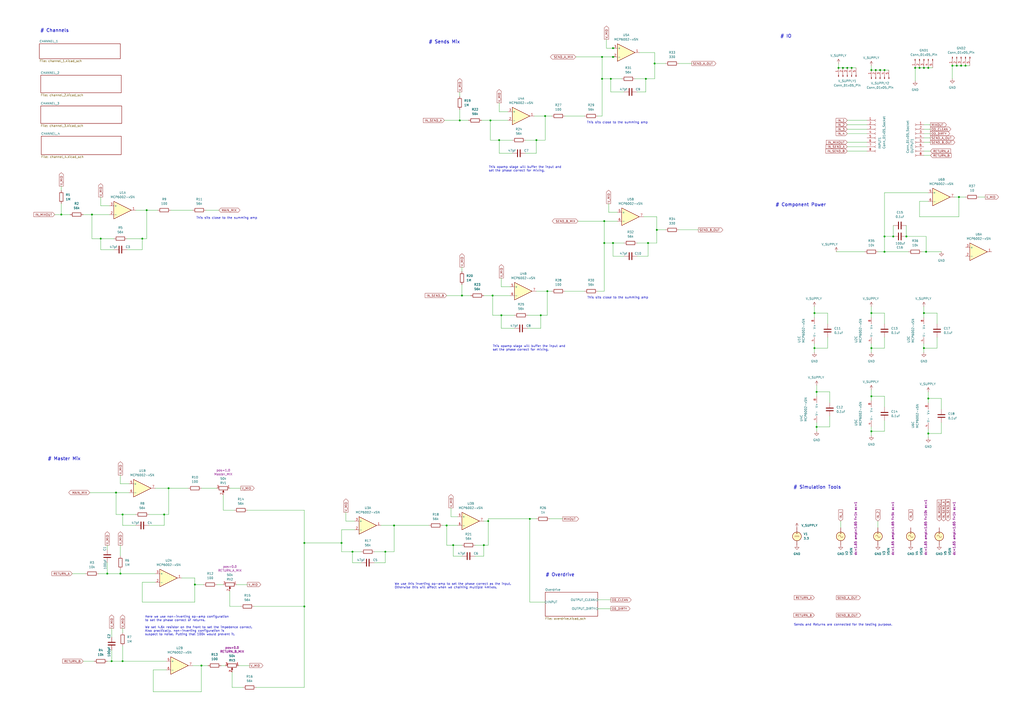
<source format=kicad_sch>
(kicad_sch (version 20250114) (generator "eeschema") (generator_version "9.0")
  (paper "A2")
  (text "# Component Power" (at 449.834 118.872 0) (effects (font (size 1.905 1.905) (thickness 0.254) (bold yes)) (justify left)))
  (text "We use this inverting op-amp to set the phase correct as the input.\nOtherwise this will affect when we chaining multiple 4mixes." (at 228.854 339.852 0) (effects (font (size 1.27 1.27)) (justify left)))
  (text "# Simulation Tools" (at 460.248 282.702 0) (effects (font (size 1.905 1.905) (thickness 0.254) (bold yes)) (justify left)))
  (text "This sits close to the summing amp\n" (at 340.614 172.72 0) (effects (font (size 1.27 1.27)) (justify left)))
  (text "# Channels" (at 23.368 17.78 0) (effects (font (size 1.905 1.905) (thickness 0.254) (bold yes)) (justify left)))
  (text "This sits close to the summing amp\n" (at 113.792 126.492 0) (effects (font (size 1.27 1.27)) (justify left)))
  (text "# Sends Mix" (at 248.666 24.384 0) (effects (font (size 1.905 1.905) (thickness 0.254) (bold yes)) (justify left)))
  (text "# Master Mix" (at 27.686 266.192 0) (effects (font (size 1.905 1.905) (thickness 0.254) (bold yes)) (justify left)))
  (text "This sits close to the summing amp\n" (at 340.36 71.12 0) (effects (font (size 1.27 1.27)) (justify left)))
  (text "This opamp stage will buffer the input and \nset the phase correct for mixing." (at 285.75 201.93 0) (effects (font (size 1.27 1.27)) (justify left)))
  (text "Here we use non-inverting op-amp configuration \nto set the phase correct of returns.\n\nWe set 4.6k resistor on the front to set the impedence correct.\nAlso practically, non-inverting configuration is \nsuspect to noise. Putting that 100k would prevent it." (at 84.074 362.966 0) (effects (font (size 1.27 1.27)) (justify left)))
  (text "This opamp stage will buffer the input and \nset the phase correct for mixing." (at 283.464 98.044 0) (effects (font (size 1.27 1.27)) (justify left)))
  (text "# Overdrive" (at 316.484 333.502 0) (effects (font (size 1.905 1.905) (thickness 0.254) (bold yes)) (justify left)))
  (text "Sends and Returns are connected for the testing purpose." (at 460.502 362.458 0) (effects (font (size 1.27 1.27)) (justify left)))
  (text "# IO" (at 452.628 21.082 0) (effects (font (size 1.905 1.905) (thickness 0.254) (bold yes)) (justify left)))
  (junction (at 505.46 201.93))
  (junction (at 113.03 339.09))
  (junction (at 198.12 314.96))
  (junction (at 508 40.64))
  (junction (at 538.48 231.14))
  (junction (at 355.6 140.97))
  (junction (at 266.7 69.85))
  (junction (at 267.97 171.45))
  (junction (at 116.84 386.08))
  (junction (at 290.83 182.88))
  (junction (at 355.6 27.94))
  (junction (at 262.89 316.23))
  (junction (at 375.92 140.97))
  (junction (at 223.52 320.04))
  (junction (at 533.4 39.37))
  (junction (at 71.12 383.54))
  (junction (at 354.33 45.72))
  (junction (at 355.6 33.02))
  (junction (at 53.34 124.46))
  (junction (at 285.75 171.45))
  (junction (at 505.46 40.64))
  (junction (at 488.95 39.37))
  (junction (at 556.26 114.3))
  (junction (at 381 133.35))
  (junction (at 513.08 40.64))
  (junction (at 535.94 201.93))
  (junction (at 317.5 168.91))
  (junction (at 82.55 138.43))
  (junction (at 538.48 39.37))
  (junction (at 513.08 146.05))
  (junction (at 176.53 314.96))
  (junction (at 283.21 302.26))
  (junction (at 525.78 137.16))
  (junction (at 505.46 181.61))
  (junction (at 518.16 137.16))
  (junction (at 494.03 39.37))
  (junction (at 313.69 182.88))
  (junction (at 35.56 124.46))
  (junction (at 204.47 320.04))
  (junction (at 491.49 39.37))
  (junction (at 259.08 304.8))
  (junction (at 473.71 247.65))
  (junction (at 374.65 45.72))
  (junction (at 228.6 304.8))
  (junction (at 535.94 181.61))
  (junction (at 67.31 285.75))
  (junction (at 538.48 251.46))
  (junction (at 537.21 146.05))
  (junction (at 535.94 39.37))
  (junction (at 379.73 36.83))
  (junction (at 289.56 81.28))
  (junction (at 58.42 138.43))
  (junction (at 284.48 69.85))
  (junction (at 316.23 67.31))
  (junction (at 552.45 38.1))
  (junction (at 62.23 332.74))
  (junction (at 95.25 298.45))
  (junction (at 505.46 229.87))
  (junction (at 71.12 298.45))
  (junction (at 472.44 201.93))
  (junction (at 69.85 332.74))
  (junction (at 505.46 250.19))
  (junction (at 64.77 383.54))
  (junction (at 473.71 227.33))
  (junction (at 311.15 81.28))
  (junction (at 510.54 40.64))
  (junction (at 307.34 300.99))
  (junction (at 350.52 128.27))
  (junction (at 557.53 38.1))
  (junction (at 554.99 38.1))
  (junction (at 486.41 39.37))
  (junction (at 97.79 283.21))
  (junction (at 349.25 33.02))
  (junction (at 530.86 39.37))
  (junction (at 350.52 140.97))
  (junction (at 560.07 38.1))
  (junction (at 280.67 316.23))
  (junction (at 349.25 45.72))
  (junction (at 176.53 351.79))
  (junction (at 85.09 121.92))
  (junction (at 472.44 181.61))
  (junction (at 513.08 137.16))
  (wire (pts (xy 198.12 307.34) (xy 205.74 307.34)))
  (wire (pts (xy 350.52 140.97) (xy 350.52 128.27)))
  (wire (pts (xy 290.83 190.5) (xy 290.83 182.88)))
  (wire (pts (xy 289.56 64.77) (xy 294.64 64.77)))
  (wire (pts (xy 311.15 168.91) (xy 317.5 168.91)))
  (wire (pts (xy 538.48 254) (xy 538.48 251.46)))
  (wire (pts (xy 73.66 144.78) (xy 82.55 144.78)))
  (wire (pts (xy 505.46 181.61) (xy 505.46 184.15)))
  (wire (pts (xy 129.54 287.02) (xy 129.54 295.91)))
  (wire (pts (xy 381 133.35) (xy 381 140.97)))
  (wire (pts (xy 57.15 332.74) (xy 62.23 332.74)))
  (wire (pts (xy 143.51 295.91) (xy 176.53 295.91)))
  (wire (pts (xy 494.03 39.37) (xy 496.57 39.37)))
  (wire (pts (xy 209.55 326.39) (xy 204.47 326.39)))
  (wire (pts (xy 567.69 114.3) (xy 571.5 114.3)))
  (wire (pts (xy 553.72 114.3) (xy 556.26 114.3)))
  (wire (pts (xy 71.12 383.54) (xy 96.52 383.54)))
  (wire (pts (xy 505.46 252.73) (xy 505.46 250.19)))
  (wire (pts (xy 518.16 130.81) (xy 518.16 137.16)))
  (wire (pts (xy 283.21 302.26) (xy 280.67 302.26)))
  (wire (pts (xy 513.08 236.22) (xy 513.08 229.87)))
  (wire (pts (xy 113.03 335.28) (xy 113.03 339.09)))
  (wire (pts (xy 486.41 39.37) (xy 488.95 39.37)))
  (wire (pts (xy 113.03 339.09) (xy 118.11 339.09)))
  (wire (pts (xy 393.7 133.35) (xy 405.13 133.35)))
  (wire (pts (xy 69.85 332.74) (xy 90.17 332.74)))
  (wire (pts (xy 327.66 168.91) (xy 339.09 168.91)))
  (wire (pts (xy 535.94 177.8) (xy 535.94 181.61)))
  (wire (pts (xy 71.12 364.49) (xy 71.12 367.03)))
  (wire (pts (xy 64.77 377.19) (xy 64.77 383.54)))
  (wire (pts (xy 261.62 299.72) (xy 261.62 294.64)))
  (wire (pts (xy 280.67 171.45) (xy 285.75 171.45)))
  (wire (pts (xy 537.21 137.16) (xy 537.21 146.05)))
  (wire (pts (xy 554.99 38.1) (xy 557.53 38.1)))
  (wire (pts (xy 381 125.73) (xy 381 133.35)))
  (wire (pts (xy 69.85 330.2) (xy 69.85 332.74)))
  (wire (pts (xy 31.75 124.46) (xy 35.56 124.46)))
  (wire (pts (xy 360.68 45.72) (xy 354.33 45.72)))
  (wire (pts (xy 147.32 351.79) (xy 176.53 351.79)))
  (wire (pts (xy 350.52 128.27) (xy 358.14 128.27)))
  (wire (pts (xy 538.48 227.33) (xy 538.48 231.14)))
  (wire (pts (xy 350.52 140.97) (xy 350.52 168.91)))
  (wire (pts (xy 298.45 190.5) (xy 290.83 190.5)))
  (wire (pts (xy 346.71 353.06) (xy 354.33 353.06)))
  (wire (pts (xy 556.26 114.3) (xy 560.07 114.3)))
  (wire (pts (xy 311.15 81.28) (xy 316.23 81.28)))
  (wire (pts (xy 535.94 77.47) (xy 539.75 77.47)))
  (wire (pts (xy 381 133.35) (xy 386.08 133.35)))
  (wire (pts (xy 95.25 298.45) (xy 86.36 298.45)))
  (wire (pts (xy 307.34 349.25) (xy 316.23 349.25)))
  (wire (pts (xy 78.74 298.45) (xy 71.12 298.45)))
  (wire (pts (xy 486.41 39.37) (xy 486.41 36.83)))
  (wire (pts (xy 355.6 33.02) (xy 356.87 33.02)))
  (wire (pts (xy 99.06 121.92) (xy 111.76 121.92)))
  (wire (pts (xy 137.16 339.09) (xy 143.51 339.09)))
  (wire (pts (xy 481.33 241.3) (xy 481.33 247.65)))
  (wire (pts (xy 513.08 40.64) (xy 515.62 40.64)))
  (wire (pts (xy 129.54 295.91) (xy 135.89 295.91)))
  (wire (pts (xy 309.88 67.31) (xy 316.23 67.31)))
  (wire (pts (xy 480.06 187.96) (xy 480.06 181.61)))
  (wire (pts (xy 485.14 146.05) (xy 501.65 146.05)))
  (wire (pts (xy 283.21 300.99) (xy 307.34 300.99)))
  (wire (pts (xy 290.83 161.29) (xy 290.83 166.37)))
  (wire (pts (xy 275.59 322.58) (xy 280.67 322.58)))
  (wire (pts (xy 90.17 283.21) (xy 97.79 283.21)))
  (wire (pts (xy 86.36 304.8) (xy 95.25 304.8)))
  (wire (pts (xy 543.56 181.61) (xy 535.94 181.61)))
  (wire (pts (xy 334.01 33.02) (xy 349.25 33.02)))
  (wire (pts (xy 176.53 314.96) (xy 198.12 314.96)))
  (wire (pts (xy 491.49 82.55) (xy 502.92 82.55)))
  (wire (pts (xy 266.7 63.5) (xy 266.7 69.85)))
  (wire (pts (xy 290.83 166.37) (xy 295.91 166.37)))
  (wire (pts (xy 546.1 231.14) (xy 538.48 231.14)))
  (wire (pts (xy 505.46 40.64) (xy 508 40.64)))
  (wire (pts (xy 379.73 30.48) (xy 379.73 36.83)))
  (wire (pts (xy 491.49 72.39) (xy 502.92 72.39)))
  (wire (pts (xy 128.27 386.08) (xy 130.81 386.08)))
  (wire (pts (xy 317.5 168.91) (xy 317.5 182.88)))
  (wire (pts (xy 525.78 130.81) (xy 525.78 137.16)))
  (wire (pts (xy 513.08 201.93) (xy 505.46 201.93)))
  (wire (pts (xy 116.84 386.08) (xy 120.65 386.08)))
  (wire (pts (xy 267.97 316.23) (xy 262.89 316.23)))
  (wire (pts (xy 176.53 351.79) (xy 176.53 398.78)))
  (wire (pts (xy 262.89 316.23) (xy 259.08 316.23)))
  (wire (pts (xy 355.6 140.97) (xy 350.52 140.97)))
  (wire (pts (xy 543.56 195.58) (xy 543.56 201.93)))
  (wire (pts (xy 88.9 401.32) (xy 116.84 401.32)))
  (wire (pts (xy 283.21 300.99) (xy 283.21 302.26)))
  (wire (pts (xy 78.74 304.8) (xy 71.12 304.8)))
  (wire (pts (xy 535.94 74.93) (xy 539.75 74.93)))
  (wire (pts (xy 223.52 326.39) (xy 223.52 320.04)))
  (wire (pts (xy 306.07 182.88) (xy 313.69 182.88)))
  (wire (pts (xy 361.95 148.59) (xy 355.6 148.59)))
  (wire (pts (xy 552.45 38.1) (xy 554.99 38.1)))
  (wire (pts (xy 351.79 22.86) (xy 351.79 27.94)))
  (wire (pts (xy 307.34 300.99) (xy 311.15 300.99)))
  (wire (pts (xy 256.54 304.8) (xy 259.08 304.8)))
  (wire (pts (xy 513.08 243.84) (xy 513.08 250.19)))
  (wire (pts (xy 369.57 148.59) (xy 375.92 148.59)))
  (wire (pts (xy 285.75 182.88) (xy 290.83 182.88)))
  (wire (pts (xy 58.42 138.43) (xy 58.42 144.78)))
  (wire (pts (xy 472.44 181.61) (xy 472.44 184.15)))
  (wire (pts (xy 95.25 304.8) (xy 95.25 298.45)))
  (wire (pts (xy 289.56 59.69) (xy 289.56 64.77)))
  (wire (pts (xy 97.79 283.21) (xy 109.22 283.21)))
  (wire (pts (xy 538.48 251.46) (xy 538.48 248.92)))
  (wire (pts (xy 41.91 332.74) (xy 49.53 332.74)))
  (wire (pts (xy 538.48 39.37) (xy 541.02 39.37)))
  (wire (pts (xy 198.12 320.04) (xy 198.12 314.96)))
  (wire (pts (xy 267.97 154.94) (xy 267.97 157.48)))
  (wire (pts (xy 513.08 137.16) (xy 513.08 146.05)))
  (wire (pts (xy 275.59 316.23) (xy 280.67 316.23)))
  (wire (pts (xy 513.08 146.05) (xy 527.05 146.05)))
  (wire (pts (xy 48.26 124.46) (xy 53.34 124.46)))
  (wire (pts (xy 543.56 201.93) (xy 535.94 201.93)))
  (wire (pts (xy 535.94 181.61) (xy 535.94 184.15)))
  (wire (pts (xy 505.46 229.87) (xy 505.46 232.41)))
  (wire (pts (xy 71.12 298.45) (xy 67.31 298.45)))
  (wire (pts (xy 48.26 383.54) (xy 54.61 383.54)))
  (wire (pts (xy 374.65 45.72) (xy 368.3 45.72)))
  (wire (pts (xy 53.34 138.43) (xy 53.34 124.46)))
  (wire (pts (xy 133.35 351.79) (xy 139.7 351.79)))
  (wire (pts (xy 513.08 195.58) (xy 513.08 201.93)))
  (wire (pts (xy 510.54 40.64) (xy 513.08 40.64)))
  (wire (pts (xy 69.85 316.23) (xy 69.85 322.58)))
  (wire (pts (xy 176.53 295.91) (xy 176.53 314.96)))
  (wire (pts (xy 379.73 45.72) (xy 374.65 45.72)))
  (wire (pts (xy 85.09 121.92) (xy 85.09 138.43)))
  (wire (pts (xy 318.77 300.99) (xy 326.39 300.99)))
  (wire (pts (xy 78.74 121.92) (xy 85.09 121.92)))
  (wire (pts (xy 307.34 300.99) (xy 307.34 349.25)))
  (wire (pts (xy 280.67 322.58) (xy 280.67 316.23)))
  (wire (pts (xy 530.86 39.37) (xy 533.4 39.37)))
  (wire (pts (xy 552.45 38.1) (xy 552.45 45.72)))
  (wire (pts (xy 546.1 146.05) (xy 537.21 146.05)))
  (wire (pts (xy 82.55 337.82) (xy 82.55 349.25)))
  (wire (pts (xy 379.73 36.83) (xy 379.73 45.72)))
  (wire (pts (xy 257.81 69.85) (xy 266.7 69.85)))
  (wire (pts (xy 82.55 138.43) (xy 82.55 144.78)))
  (wire (pts (xy 381 140.97) (xy 375.92 140.97)))
  (wire (pts (xy 513.08 187.96) (xy 513.08 181.61)))
  (wire (pts (xy 316.23 67.31) (xy 316.23 81.28)))
  (wire (pts (xy 58.42 114.3) (xy 58.42 119.38)))
  (wire (pts (xy 488.95 39.37) (xy 491.49 39.37)))
  (wire (pts (xy 361.95 140.97) (xy 355.6 140.97)))
  (wire (pts (xy 546.1 245.11) (xy 546.1 251.46)))
  (wire (pts (xy 267.97 165.1) (xy 267.97 171.45)))
  (wire (pts (xy 228.6 304.8) (xy 248.92 304.8)))
  (wire (pts (xy 535.94 201.93) (xy 535.94 199.39)))
  (wire (pts (xy 530.86 39.37) (xy 530.86 46.99)))
  (wire (pts (xy 297.18 88.9) (xy 289.56 88.9)))
  (wire (pts (xy 546.1 237.49) (xy 546.1 231.14)))
  (wire (pts (xy 209.55 320.04) (xy 204.47 320.04)))
  (wire (pts (xy 279.4 69.85) (xy 284.48 69.85)))
  (wire (pts (xy 505.46 40.64) (xy 505.46 38.1)))
  (wire (pts (xy 289.56 81.28) (xy 297.18 81.28)))
  (wire (pts (xy 97.79 283.21) (xy 97.79 298.45)))
  (wire (pts (xy 373.38 125.73) (xy 381 125.73)))
  (wire (pts (xy 200.66 297.18) (xy 200.66 302.26)))
  (wire (pts (xy 491.49 39.37) (xy 494.03 39.37)))
  (wire (pts (xy 204.47 326.39) (xy 204.47 320.04)))
  (wire (pts (xy 491.49 85.09) (xy 502.92 85.09)))
  (wire (pts (xy 560.07 38.1) (xy 562.61 38.1)))
  (wire (pts (xy 473.71 223.52) (xy 473.71 227.33)))
  (wire (pts (xy 491.49 69.85) (xy 502.92 69.85)))
  (wire (pts (xy 370.84 30.48) (xy 379.73 30.48)))
  (wire (pts (xy 67.31 298.45) (xy 67.31 285.75)))
  (wire (pts (xy 283.21 316.23) (xy 283.21 302.26)))
  (wire (pts (xy 313.69 190.5) (xy 313.69 182.88)))
  (wire (pts (xy 148.59 398.78) (xy 176.53 398.78)))
  (wire (pts (xy 62.23 332.74) (xy 69.85 332.74)))
  (wire (pts (xy 513.08 229.87) (xy 505.46 229.87)))
  (wire (pts (xy 125.73 339.09) (xy 129.54 339.09)))
  (wire (pts (xy 311.15 88.9) (xy 311.15 81.28)))
  (wire (pts (xy 374.65 53.34) (xy 374.65 45.72)))
  (wire (pts (xy 505.46 177.8) (xy 505.46 181.61)))
  (wire (pts (xy 327.66 67.31) (xy 339.09 67.31)))
  (wire (pts (xy 505.46 204.47) (xy 505.46 201.93)))
  (wire (pts (xy 354.33 53.34) (xy 354.33 45.72)))
  (wire (pts (xy 539.75 87.63) (xy 535.94 87.63)))
  (wire (pts (xy 204.47 320.04) (xy 198.12 320.04)))
  (wire (pts (xy 290.83 182.88) (xy 298.45 182.88)))
  (wire (pts (xy 220.98 304.8) (xy 228.6 304.8)))
  (wire (pts (xy 58.42 119.38) (xy 63.5 119.38)))
  (wire (pts (xy 82.55 138.43) (xy 73.66 138.43)))
  (wire (pts (xy 316.23 67.31) (xy 320.04 67.31)))
  (wire (pts (xy 513.08 111.76) (xy 513.08 137.16)))
  (wire (pts (xy 259.08 304.8) (xy 265.43 304.8)))
  (wire (pts (xy 71.12 304.8) (xy 71.12 298.45)))
  (wire (pts (xy 85.09 138.43) (xy 82.55 138.43)))
  (wire (pts (xy 138.43 386.08) (xy 144.78 386.08)))
  (wire (pts (xy 535.94 82.55) (xy 539.75 82.55)))
  (wire (pts (xy 346.71 347.98) (xy 354.33 347.98)))
  (wire (pts (xy 66.04 138.43) (xy 58.42 138.43)))
  (wire (pts (xy 285.75 182.88) (xy 285.75 171.45)))
  (wire (pts (xy 535.94 39.37) (xy 538.48 39.37)))
  (wire (pts (xy 539.75 90.17) (xy 535.94 90.17)))
  (wire (pts (xy 85.09 121.92) (xy 91.44 121.92)))
  (wire (pts (xy 473.71 250.19) (xy 473.71 247.65)))
  (wire (pts (xy 176.53 314.96) (xy 176.53 351.79)))
  (wire (pts (xy 535.94 204.47) (xy 535.94 201.93)))
  (wire (pts (xy 546.1 251.46) (xy 538.48 251.46)))
  (wire (pts (xy 481.33 233.68) (xy 481.33 227.33)))
  (wire (pts (xy 556.26 125.73) (xy 533.4 125.73)))
  (wire (pts (xy 82.55 337.82) (xy 90.17 337.82)))
  (wire (pts (xy 35.56 118.11) (xy 35.56 124.46)))
  (wire (pts (xy 280.67 316.23) (xy 283.21 316.23)))
  (wire (pts (xy 306.07 190.5) (xy 313.69 190.5)))
  (wire (pts (xy 134.62 389.89) (xy 134.62 398.78)))
  (wire (pts (xy 97.79 298.45) (xy 95.25 298.45)))
  (wire (pts (xy 262.89 322.58) (xy 262.89 316.23)))
  (wire (pts (xy 116.84 283.21) (xy 125.73 283.21)))
  (wire (pts (xy 304.8 88.9) (xy 311.15 88.9)))
  (wire (pts (xy 543.56 187.96) (xy 543.56 181.61)))
  (wire (pts (xy 304.8 81.28) (xy 311.15 81.28)))
  (wire (pts (xy 353.06 118.11) (xy 353.06 123.19)))
  (wire (pts (xy 505.46 201.93) (xy 505.46 199.39)))
  (wire (pts (xy 267.97 322.58) (xy 262.89 322.58)))
  (wire (pts (xy 473.71 227.33) (xy 473.71 229.87)))
  (wire (pts (xy 62.23 383.54) (xy 64.77 383.54)))
  (wire (pts (xy 58.42 138.43) (xy 53.34 138.43)))
  (wire (pts (xy 284.48 69.85) (xy 294.64 69.85)))
  (wire (pts (xy 355.6 148.59) (xy 355.6 140.97)))
  (wire (pts (xy 105.41 335.28) (xy 113.03 335.28)))
  (wire (pts (xy 539.75 72.39) (xy 535.94 72.39)))
  (wire (pts (xy 52.07 285.75) (xy 67.31 285.75)))
  (wire (pts (xy 266.7 69.85) (xy 271.78 69.85)))
  (wire (pts (xy 353.06 123.19) (xy 358.14 123.19)))
  (wire (pts (xy 116.84 386.08) (xy 116.84 401.32)))
  (wire (pts (xy 375.92 148.59) (xy 375.92 140.97)))
  (wire (pts (xy 472.44 201.93) (xy 472.44 199.39)))
  (wire (pts (xy 64.77 383.54) (xy 71.12 383.54)))
  (wire (pts (xy 487.68 302.26) (xy 487.68 306.07)))
  (wire (pts (xy 505.46 226.06) (xy 505.46 229.87)))
  (wire (pts (xy 69.85 275.59) (xy 69.85 280.67)))
  (wire (pts (xy 375.92 140.97) (xy 369.57 140.97)))
  (wire (pts (xy 393.7 36.83) (xy 401.32 36.83)))
  (wire (pts (xy 525.78 137.16) (xy 537.21 137.16)))
  (wire (pts (xy 267.97 171.45) (xy 273.05 171.45)))
  (wire (pts (xy 354.33 45.72) (xy 349.25 45.72)))
  (wire (pts (xy 480.06 201.93) (xy 472.44 201.93)))
  (wire (pts (xy 472.44 177.8) (xy 472.44 181.61)))
  (wire (pts (xy 349.25 45.72) (xy 349.25 67.31)))
  (wire (pts (xy 349.25 45.72) (xy 349.25 33.02)))
  (wire (pts (xy 508 40.64) (xy 510.54 40.64)))
  (wire (pts (xy 259.08 316.23) (xy 259.08 304.8)))
  (wire (pts (xy 509.27 302.26) (xy 509.27 306.07)))
  (wire (pts (xy 513.08 111.76) (xy 538.48 111.76)))
  (wire (pts (xy 198.12 314.96) (xy 198.12 307.34)))
  (wire (pts (xy 480.06 181.61) (xy 472.44 181.61)))
  (wire (pts (xy 379.73 36.83) (xy 386.08 36.83)))
  (wire (pts (xy 317.5 168.91) (xy 320.04 168.91)))
  (wire (pts (xy 35.56 124.46) (xy 40.64 124.46)))
  (wire (pts (xy 513.08 137.16) (xy 518.16 137.16)))
  (wire (pts (xy 346.71 168.91) (xy 350.52 168.91)))
  (wire (pts (xy 67.31 285.75) (xy 74.93 285.75)))
  (wire (pts (xy 349.25 33.02) (xy 355.6 33.02)))
  (wire (pts (xy 66.04 144.78) (xy 58.42 144.78)))
  (wire (pts (xy 509.27 146.05) (xy 513.08 146.05)))
  (wire (pts (xy 266.7 53.34) (xy 266.7 55.88)))
  (wire (pts (xy 491.49 87.63) (xy 502.92 87.63)))
  (wire (pts (xy 285.75 171.45) (xy 295.91 171.45)))
  (wire (pts (xy 538.48 231.14) (xy 538.48 233.68)))
  (wire (pts (xy 223.52 320.04) (xy 217.17 320.04)))
  (wire (pts (xy 265.43 299.72) (xy 261.62 299.72)))
  (wire (pts (xy 473.71 247.65) (xy 473.71 245.11)))
  (wire (pts (xy 217.17 326.39) (xy 223.52 326.39)))
  (wire (pts (xy 284.48 81.28) (xy 284.48 69.85)))
  (wire (pts (xy 259.08 171.45) (xy 267.97 171.45)))
  (wire (pts (xy 556.26 114.3) (xy 556.26 125.73)))
  (wire (pts (xy 346.71 67.31) (xy 349.25 67.31)))
  (wire (pts (xy 88.9 388.62) (xy 96.52 388.62)))
  (wire (pts (xy 472.44 204.47) (xy 472.44 201.93)))
  (wire (pts (xy 361.95 53.34) (xy 354.33 53.34)))
  (wire (pts (xy 228.6 320.04) (xy 223.52 320.04)))
  (wire (pts (xy 119.38 121.92) (xy 127 121.92)))
  (wire (pts (xy 533.4 125.73) (xy 533.4 116.84)))
  (wire (pts (xy 53.34 124.46) (xy 63.5 124.46)))
  (wire (pts (xy 369.57 53.34) (xy 374.65 53.34)))
  (wire (pts (xy 62.23 316.23) (xy 62.23 318.77)))
  (wire (pts (xy 289.56 88.9) (xy 289.56 81.28)))
  (wire (pts (xy 284.48 81.28) (xy 289.56 81.28)))
  (wire (pts (xy 62.23 326.39) (xy 62.23 332.74)))
  (wire (pts (xy 533.4 116.84) (xy 538.48 116.84)))
  (wire (pts (xy 335.28 128.27) (xy 350.52 128.27)))
  (wire (pts (xy 113.03 339.09) (xy 113.03 349.25)))
  (wire (pts (xy 535.94 80.01) (xy 539.75 80.01)))
  (wire (pts (xy 537.21 146.05) (xy 534.67 146.05)))
  (wire (pts (xy 228.6 304.8) (xy 228.6 320.04)))
  (wire (pts (xy 557.53 38.1) (xy 560.07 38.1)))
  (wire (pts (xy 351.79 27.94) (xy 355.6 27.94)))
  (wire (pts (xy 64.77 364.49) (xy 64.77 369.57)))
  (wire (pts (xy 69.85 280.67) (xy 74.93 280.67)))
  (wire (pts (xy 491.49 77.47) (xy 502.92 77.47)))
  (wire (pts (xy 491.49 74.93) (xy 502.92 74.93)))
  (wire (pts (xy 133.35 342.9) (xy 133.35 351.79)))
  (wire (pts (xy 71.12 374.65) (xy 71.12 383.54)))
  (wire (pts (xy 505.46 250.19) (xy 505.46 247.65)))
  (wire (pts (xy 111.76 386.08) (xy 116.84 386.08)))
  (wire (pts (xy 134.62 398.78) (xy 140.97 398.78)))
  (wire (pts (xy 82.55 349.25) (xy 113.03 349.25)))
  (wire (pts (xy 355.6 27.94) (xy 356.87 27.94)))
  (wire (pts (xy 480.06 195.58) (xy 480.06 201.93)))
  (wire (pts (xy 200.66 302.26) (xy 205.74 302.26)))
  (wire (pts (xy 133.35 283.21) (xy 139.7 283.21)))
  (wire (pts (xy 481.33 227.33) (xy 473.71 227.33)))
  (wire (pts (xy 88.9 388.62) (xy 88.9 401.32)))
  (wire (pts (xy 513.08 181.61) (xy 505.46 181.61)))
  (wire (pts (xy 35.56 107.95) (xy 35.56 110.49)))
  (wire (pts (xy 513.08 250.19) (xy 505.46 250.19)))
  (wire (pts (xy 481.33 247.65) (xy 473.71 247.65)))
  (wire (pts (xy 533.4 39.37) (xy 535.94 39.37)))
  (wire (pts (xy 313.69 182.88) (xy 317.5 182.88)))
  (global_label "V_MID" (shape output) (at 351.79 22.86 90) (property "Intersheetrefs" "${INTERSHEET_REFS}" (effects (hide yes))))
  (global_label "IN_SEND_A" (shape input) (at 547.37 302.26 90) (property "Intersheetrefs" "${INTERSHEET_REFS}" (effects (hide yes))))
  (global_label "IN_MIXOUT" (shape input) (at 31.75 124.46 180) (property "Intersheetrefs" "${INTERSHEET_REFS}" (effects (hide yes))))
  (global_label "OD_CLEAN" (shape output) (at 539.75 74.93 0) (property "Intersheetrefs" "${INTERSHEET_REFS}" (effects (hide yes))))
  (global_label "IN_MIXOUT" (shape input) (at 544.83 302.26 90) (property "Intersheetrefs" "${INTERSHEET_REFS}" (effects (hide yes))))
  (global_label "MIXOUT" (shape output) (at 326.39 300.99 0) (property "Intersheetrefs" "${INTERSHEET_REFS}" (effects (hide yes))))
  (global_label "MAIN_MIX" (shape bidirectional) (at 127 121.92 0) (property "Intersheetrefs" "${INTERSHEET_REFS}" (effects (hide yes))))
  (global_label "V_MID" (shape output) (at 58.42 114.3 90) (property "Intersheetrefs" "${INTERSHEET_REFS}" (effects (hide yes))))
  (global_label "RETURN_A" (shape input) (at 41.91 332.74 180) (property "Intersheetrefs" "${INTERSHEET_REFS}" (effects (hide yes))))
  (global_label "V_MID" (shape output) (at 200.66 297.18 90) (property "Intersheetrefs" "${INTERSHEET_REFS}" (effects (hide yes))))
  (global_label "V_MID" (shape output) (at 71.12 364.49 90) (property "Intersheetrefs" "${INTERSHEET_REFS}" (effects (hide yes))))
  (global_label "V_MID" (shape output) (at 62.23 316.23 90) (property "Intersheetrefs" "${INTERSHEET_REFS}" (effects (hide yes))))
  (global_label "IN_1" (shape input) (at 491.49 69.85 180) (property "Intersheetrefs" "${INTERSHEET_REFS}" (effects (hide yes))))
  (global_label "RETURN_A" (shape input) (at 539.75 87.63 0) (property "Intersheetrefs" "${INTERSHEET_REFS}" (effects (hide yes))))
  (global_label "SEND_B_OUT" (shape output) (at 539.75 82.55 0) (property "Intersheetrefs" "${INTERSHEET_REFS}" (effects (hide yes))))
  (global_label "IN_3" (shape input) (at 491.49 74.93 180) (property "Intersheetrefs" "${INTERSHEET_REFS}" (effects (hide yes))))
  (global_label "RETURN_B" (shape input) (at 472.44 356.87 180) (property "Intersheetrefs" "${INTERSHEET_REFS}" (effects (hide yes))))
  (global_label "SEND_A_OUT" (shape output) (at 401.32 36.83 0) (property "Intersheetrefs" "${INTERSHEET_REFS}" (effects (hide yes))))
  (global_label "V_MID" (shape output) (at 266.7 53.34 90) (property "Intersheetrefs" "${INTERSHEET_REFS}" (effects (hide yes))))
  (global_label "SEND_A_OUT" (shape output) (at 485.14 346.71 0) (property "Intersheetrefs" "${INTERSHEET_REFS}" (effects (hide yes))))
  (global_label "SEND_B_OUT" (shape output) (at 405.13 133.35 0) (property "Intersheetrefs" "${INTERSHEET_REFS}" (effects (hide yes))))
  (global_label "V_MID" (shape output) (at 144.78 386.08 0) (property "Intersheetrefs" "${INTERSHEET_REFS}" (effects (hide yes))))
  (global_label "MAIN_MIX" (shape bidirectional) (at 52.07 285.75 180) (property "Intersheetrefs" "${INTERSHEET_REFS}" (effects (hide yes))))
  (global_label "SEND_B_MIX" (shape bidirectional) (at 335.28 128.27 180) (property "Intersheetrefs" "${INTERSHEET_REFS}" (effects (hide yes))))
  (global_label "OD_DIRTY" (shape output) (at 354.33 353.06 0) (property "Intersheetrefs" "${INTERSHEET_REFS}" (effects (hide yes))))
  (global_label "SEND_B_OUT" (shape output) (at 485.14 356.87 0) (property "Intersheetrefs" "${INTERSHEET_REFS}" (effects (hide yes))))
  (global_label "IN_2" (shape input) (at 509.27 302.26 90) (property "Intersheetrefs" "${INTERSHEET_REFS}" (effects (hide yes))))
  (global_label "IN_SEND_B" (shape input) (at 259.08 171.45 180) (property "Intersheetrefs" "${INTERSHEET_REFS}" (effects (hide yes))))
  (global_label "V_MID" (shape output) (at 571.5 114.3 0) (property "Intersheetrefs" "${INTERSHEET_REFS}" (effects (hide yes))))
  (global_label "SEND_A_MIX" (shape bidirectional) (at 334.01 33.02 180) (property "Intersheetrefs" "${INTERSHEET_REFS}" (effects (hide yes))))
  (global_label "SEND_A_OUT" (shape output) (at 539.75 80.01 0) (property "Intersheetrefs" "${INTERSHEET_REFS}" (effects (hide yes))))
  (global_label "V_MID" (shape output) (at 64.77 364.49 90) (property "Intersheetrefs" "${INTERSHEET_REFS}" (effects (hide yes))))
  (global_label "V_MID" (shape output) (at 353.06 118.11 90) (property "Intersheetrefs" "${INTERSHEET_REFS}" (effects (hide yes))))
  (global_label "V_MID" (shape output) (at 267.97 154.94 90) (property "Intersheetrefs" "${INTERSHEET_REFS}" (effects (hide yes))))
  (global_label "V_MID" (shape output) (at 289.56 59.69 90) (property "Intersheetrefs" "${INTERSHEET_REFS}" (effects (hide yes))))
  (global_label "IN_4" (shape input) (at 491.49 77.47 180) (property "Intersheetrefs" "${INTERSHEET_REFS}" (effects (hide yes))))
  (global_label "V_MID" (shape output) (at 35.56 107.95 90) (property "Intersheetrefs" "${INTERSHEET_REFS}" (effects (hide yes))))
  (global_label "RETURN_A" (shape input) (at 472.44 346.71 180) (property "Intersheetrefs" "${INTERSHEET_REFS}" (effects (hide yes))))
  (global_label "V_MID" (shape output) (at 290.83 161.29 90) (property "Intersheetrefs" "${INTERSHEET_REFS}" (effects (hide yes))))
  (global_label "IN_SEND_A" (shape input) (at 491.49 85.09 180) (property "Intersheetrefs" "${INTERSHEET_REFS}" (effects (hide yes))))
  (global_label "V_MID" (shape output) (at 69.85 275.59 90) (property "Intersheetrefs" "${INTERSHEET_REFS}" (effects (hide yes))))
  (global_label "V_MID" (shape output) (at 139.7 283.21 0) (property "Intersheetrefs" "${INTERSHEET_REFS}" (effects (hide yes))))
  (global_label "IN_1" (shape input) (at 487.68 302.26 90) (property "Intersheetrefs" "${INTERSHEET_REFS}" (effects (hide yes))))
  (global_label "V_MID" (shape output) (at 69.85 316.23 90) (property "Intersheetrefs" "${INTERSHEET_REFS}" (effects (hide yes))))
  (global_label "IN_SEND_B" (shape input) (at 491.49 87.63 180) (property "Intersheetrefs" "${INTERSHEET_REFS}" (effects (hide yes))))
  (global_label "IN_SEND_B" (shape input) (at 549.91 302.26 90) (property "Intersheetrefs" "${INTERSHEET_REFS}" (effects (hide yes))))
  (global_label "OD_DIRTY" (shape output) (at 539.75 77.47 0) (property "Intersheetrefs" "${INTERSHEET_REFS}" (effects (hide yes))))
  (global_label "IN_SEND_A" (shape input) (at 257.81 69.85 180) (property "Intersheetrefs" "${INTERSHEET_REFS}" (effects (hide yes))))
  (global_label "V_MID" (shape output) (at 261.62 294.64 90) (property "Intersheetrefs" "${INTERSHEET_REFS}" (effects (hide yes))))
  (global_label "IN_MIXOUT" (shape input) (at 491.49 82.55 180) (property "Intersheetrefs" "${INTERSHEET_REFS}" (effects (hide yes))))
  (global_label "V_MID" (shape output) (at 143.51 339.09 0) (property "Intersheetrefs" "${INTERSHEET_REFS}" (effects (hide yes))))
  (global_label "IN_2" (shape input) (at 491.49 72.39 180) (property "Intersheetrefs" "${INTERSHEET_REFS}" (effects (hide yes))))
  (global_label "RETURN_B" (shape input) (at 48.26 383.54 180) (property "Intersheetrefs" "${INTERSHEET_REFS}" (effects (hide yes))))
  (global_label "RETURN_B" (shape input) (at 539.75 90.17 0) (property "Intersheetrefs" "${INTERSHEET_REFS}" (effects (hide yes))))
  (global_label "IN_3" (shape input) (at 528.32 302.26 90) (property "Intersheetrefs" "${INTERSHEET_REFS}" (effects (hide yes))))
  (global_label "MIXOUT" (shape output) (at 539.75 72.39 0) (property "Intersheetrefs" "${INTERSHEET_REFS}" (effects (hide yes))))
  (global_label "OD_CLEAN" (shape output) (at 354.33 347.98 0) (property "Intersheetrefs" "${INTERSHEET_REFS}" (effects (hide yes))))
  (symbol (lib_id "Device:R") (at 35.56 114.3 0) (unit 1)
    (property "Reference" "R1" (at 38.1 113.0299 0) (effects (justify left)))
    (property "Value" "1M" (at 38.1 115.5699 0) (effects (justify left)))
    (property "Footprint" "Resistor_SMD:R_0402_1005Metric" (effects (hide yes)))
    (property "Description" "Resistor" (effects (hide yes)))
  )
  (symbol (lib_id "Simulation_SPICE:VSIN") (at 528.32 311.15 0) (unit 1) (on_board no)
    (property "Reference" "V4" (at 531.876 322.072 90) (effects (justify left)))
    (property "Value" "VSIN" (at 534.416 322.072 90) (effects (justify left)))
    (property "Datasheet" "https://ngspice.sourceforge.io/docs/ngspice-html-manual/manual.xhtml#sec_Independent_Sources_for" (effects (hide yes)))
    (property "Description" "Voltage source, sinusoidal" (effects (hide yes)))
    (property "Sim.Pins" "1=+ 2=-" (effects (hide yes)))
    (property "Sim.Params" "dc=1.65 ampl=1.65 f=10k ac=1" (at 536.956 322.072 90) (effects (justify left)))
    (property "Sim.Type" "SIN" (effects (hide yes)))
    (property "Sim.Device" "V" (effects (hide yes)))
  )
  (symbol (lib_id "Device:R") (at 115.57 121.92 90) (unit 1)
    (property "Reference" "R11" (at 115.57 115.57 90))
    (property "Value" "56k" (at 115.57 118.11 90))
    (property "Footprint" "Resistor_SMD:R_0402_1005Metric" (effects (hide yes)))
    (property "Description" "Resistor" (effects (hide yes)))
  )
  (symbol (lib_id "Device:R") (at 505.46 146.05 90) (unit 1)
    (property "Reference" "R35" (at 505.46 139.7 90))
    (property "Value" "10k" (at 505.46 142.24 90))
    (property "Footprint" "Resistor_SMD:R_0402_1005Metric" (effects (hide yes)))
    (property "Description" "Resistor" (effects (hide yes)))
  )
  (symbol (lib_id "Amplifier_Operational:MCP6002-xSN") (at 476.25 237.49 0) (unit 3)
    (property "Reference" "U4" (at 464.82 244.602 90) (effects (justify left)))
    (property "Value" "MCP6002-xSN" (at 467.36 244.602 90) (effects (justify left)))
    (property "Footprint" "Package_SO:SOIC-8-1EP_3.9x4.9mm_P1.27mm_EP2.29x3mm" (effects (hide yes)))
    (property "Datasheet" "http://ww1.microchip.com/downloads/en/DeviceDoc/21733j.pdf" (effects (hide yes)))
    (property "Description" "1MHz, Low-Power Op Amp, SOIC-8" (effects (hide yes)))
    (property "Sim.Library" "${KICAD8_SYMBOL_DIR}/Simulation_SPICE.sp" (effects (hide yes)))
    (property "Sim.Name" "kicad_builtin_opamp_dual" (effects (hide yes)))
    (property "Sim.Device" "SUBCKT" (effects (hide yes)))
    (property "Sim.Pins" "1=out1 2=in1- 3=in1+ 4=vee 5=in2+ 6=in2- 7=out2 8=vcc" (effects (hide yes)))
  )
  (symbol (lib_id "Simulation_SPICE:VDC") (at 462.28 311.15 0) (unit 1) (on_board no)
    (property "Reference" "V1" (at 466.09 309.7501 0) (effects (justify left)))
    (property "Value" "3.3" (at 466.09 312.2901 0) (effects (justify left)))
    (property "Datasheet" "https://ngspice.sourceforge.io/docs/ngspice-html-manual/manual.xhtml#sec_Independent_Sources_for" (effects (hide yes)))
    (property "Description" "Voltage source, DC" (effects (hide yes)))
    (property "Sim.Pins" "1=+ 2=-" (effects (hide yes)))
    (property "Sim.Type" "DC" (effects (hide yes)))
    (property "Sim.Device" "V" (effects (hide yes)))
  )
  (symbol (lib_id "Device:R") (at 139.7 295.91 90) (unit 1)
    (property "Reference" "R14" (at 139.7 289.56 90))
    (property "Value" "56k" (at 139.7 292.1 90))
    (property "Footprint" "Resistor_SMD:R_0402_1005Metric" (effects (hide yes)))
    (property "Description" "Resistor" (effects (hide yes)))
  )
  (symbol (lib_id "Device:R") (at 276.86 171.45 90) (unit 1)
    (property "Reference" "R23" (at 276.86 165.1 90))
    (property "Value" "56k" (at 276.86 167.64 90))
    (property "Footprint" "Resistor_SMD:R_0402_1005Metric" (effects (hide yes)))
    (property "Description" "Resistor" (effects (hide yes)))
  )
  (symbol (lib_id "Connector:Conn_01x05_Pin") (at 510.54 45.72 90) (unit 1) (exclude_from_sim yes)
    (property "Reference" "V_SUPPLY2" (at 510.54 48.26 90))
    (property "Value" "Conn_01x05_Pin" (at 510.54 50.8 90))
    (property "Footprint" "BreadModular_MISC:Power_Connector" (effects (hide yes)))
    (property "Description" "Generic connector, single row, 01x05, script generated" (effects (hide yes)))
  )
  (symbol (lib_id "Device:R") (at 275.59 69.85 90) (unit 1)
    (property "Reference" "R22" (at 275.59 63.5 90))
    (property "Value" "56k" (at 275.59 66.04 90))
    (property "Footprint" "Resistor_SMD:R_0402_1005Metric" (effects (hide yes)))
    (property "Description" "Resistor" (effects (hide yes)))
  )
  (symbol (lib_id "Amplifier_Operational:MCP6002-xSN") (at 508 240.03 0) (unit 3)
    (property "Reference" "U5" (at 496.57 247.142 90) (effects (justify left)))
    (property "Value" "MCP6002-xSN" (at 499.11 247.142 90) (effects (justify left)))
    (property "Footprint" "Package_SO:SOIC-8-1EP_3.9x4.9mm_P1.27mm_EP2.29x3mm" (effects (hide yes)))
    (property "Datasheet" "http://ww1.microchip.com/downloads/en/DeviceDoc/21733j.pdf" (effects (hide yes)))
    (property "Description" "1MHz, Low-Power Op Amp, SOIC-8" (effects (hide yes)))
    (property "Sim.Library" "${KICAD8_SYMBOL_DIR}/Simulation_SPICE.sp" (effects (hide yes)))
    (property "Sim.Name" "kicad_builtin_opamp_dual" (effects (hide yes)))
    (property "Sim.Device" "SUBCKT" (effects (hide yes)))
    (property "Sim.Pins" "1=out1 2=in1- 3=in1+ 4=vee 5=in2+ 6=in2- 7=out2 8=vcc" (effects (hide yes)))
  )
  (symbol (lib_id "Device:R") (at 69.85 326.39 0) (unit 1)
    (property "Reference" "R6" (at 72.39 325.1199 0) (effects (justify left)))
    (property "Value" "1M" (at 72.39 327.6599 0) (effects (justify left)))
    (property "Footprint" "Resistor_SMD:R_0402_1005Metric" (effects (hide yes)))
    (property "Description" "Resistor" (effects (hide yes)))
  )
  (symbol (lib_id "Device:R") (at 82.55 298.45 90) (unit 1)
    (property "Reference" "R8" (at 82.55 292.1 90))
    (property "Value" "56k" (at 82.55 294.64 90))
    (property "Footprint" "Resistor_SMD:R_0402_1005Metric" (effects (hide yes)))
    (property "Description" "Resistor" (effects (hide yes)))
  )
  (symbol (lib_id "Device:R") (at 266.7 59.69 0) (unit 1)
    (property "Reference" "R19" (at 269.24 58.4199 0) (effects (justify left)))
    (property "Value" "1M" (at 269.24 60.9599 0) (effects (justify left)))
    (property "Footprint" "Resistor_SMD:R_0402_1005Metric" (effects (hide yes)))
    (property "Description" "Resistor" (effects (hide yes)))
  )
  (symbol (lib_id "Simulation_SPICE:VSIN") (at 509.27 311.15 0) (unit 1) (on_board no)
    (property "Reference" "V3" (at 512.826 322.072 90) (effects (justify left)))
    (property "Value" "VSIN" (at 515.366 322.072 90) (effects (justify left)))
    (property "Datasheet" "https://ngspice.sourceforge.io/docs/ngspice-html-manual/manual.xhtml#sec_Independent_Sources_for" (effects (hide yes)))
    (property "Description" "Voltage source, sinusoidal" (effects (hide yes)))
    (property "Sim.Pins" "1=+ 2=-" (effects (hide yes)))
    (property "Sim.Params" "dc=1.65 ampl=1.65 f=5k ac=1" (at 517.906 322.072 90) (effects (justify left)))
    (property "Sim.Type" "SIN" (effects (hide yes)))
    (property "Sim.Device" "V" (effects (hide yes)))
  )
  (symbol (lib_id "Amplifier_Operational:MCP6002-xSN") (at 508 191.77 0) (unit 3)
    (property "Reference" "U2" (at 496.57 198.882 90) (effects (justify left)))
    (property "Value" "MCP6002-xSN" (at 499.11 198.882 90) (effects (justify left)))
    (property "Footprint" "Package_SO:SOIC-8-1EP_3.9x4.9mm_P1.27mm_EP2.29x3mm" (effects (hide yes)))
    (property "Datasheet" "http://ww1.microchip.com/downloads/en/DeviceDoc/21733j.pdf" (effects (hide yes)))
    (property "Description" "1MHz, Low-Power Op Amp, SOIC-8" (effects (hide yes)))
    (property "Sim.Library" "${KICAD8_SYMBOL_DIR}/Simulation_SPICE.sp" (effects (hide yes)))
    (property "Sim.Name" "kicad_builtin_opamp_dual" (effects (hide yes)))
    (property "Sim.Device" "SUBCKT" (effects (hide yes)))
    (property "Sim.Pins" "1=out1 2=in1- 3=in1+ 4=vee 5=in2+ 6=in2- 7=out2 8=vcc" (effects (hide yes)))
  )
  (symbol (lib_id "power:+5V") (at 462.28 306.07 0) (unit 1)
    (property "Reference" "#PWR01" (effects (hide yes)))
    (property "Value" "V_SUPPLY" (at 464.82 304.7999 0) (effects (justify left)))
    (property "Description" "Power symbol creates a global label with name \"+5V\"" (effects (hide yes)))
  )
  (symbol (lib_id "power:GND") (at 538.48 254 0) (unit 1)
    (property "Reference" "#PWR021" (effects (hide yes)))
    (property "Value" "GND" (at 538.48 259.08 0))
    (property "Description" "Power symbol creates a global label with name \"GND\" , ground" (effects (hide yes)))
  )
  (symbol (lib_id "power:GND") (at 535.94 204.47 0) (unit 1)
    (property "Reference" "#PWR019" (effects (hide yes)))
    (property "Value" "GND" (at 535.94 209.55 0))
    (property "Description" "Power symbol creates a global label with name \"GND\" , ground" (effects (hide yes)))
  )
  (symbol (lib_id "Device:R") (at 144.78 398.78 90) (unit 1)
    (property "Reference" "R16" (at 144.78 392.43 90))
    (property "Value" "56k" (at 144.78 394.97 90))
    (property "Footprint" "Resistor_SMD:R_0402_1005Metric" (effects (hide yes)))
    (property "Description" "Resistor" (effects (hide yes)))
  )
  (symbol (lib_id "Amplifier_Operational:MCP6002-xSN") (at 538.48 191.77 0) (unit 3)
    (property "Reference" "U3" (at 527.05 198.882 90) (effects (justify left)))
    (property "Value" "MCP6002-xSN" (at 529.59 198.882 90) (effects (justify left)))
    (property "Footprint" "Package_SO:SOIC-8-1EP_3.9x4.9mm_P1.27mm_EP2.29x3mm" (effects (hide yes)))
    (property "Datasheet" "http://ww1.microchip.com/downloads/en/DeviceDoc/21733j.pdf" (effects (hide yes)))
    (property "Description" "1MHz, Low-Power Op Amp, SOIC-8" (effects (hide yes)))
    (property "Sim.Library" "${KICAD8_SYMBOL_DIR}/Simulation_SPICE.sp" (effects (hide yes)))
    (property "Sim.Name" "kicad_builtin_opamp_dual" (effects (hide yes)))
    (property "Sim.Device" "SUBCKT" (effects (hide yes)))
    (property "Sim.Pins" "1=out1 2=in1- 3=in1+ 4=vee 5=in2+ 6=in2- 7=out2 8=vcc" (effects (hide yes)))
  )
  (symbol (lib_id "power:GND") (at 472.44 204.47 0) (unit 1)
    (property "Reference" "#PWR04" (effects (hide yes)))
    (property "Value" "GND" (at 472.44 209.55 0))
    (property "Description" "Power symbol creates a global label with name \"GND\" , ground" (effects (hide yes)))
  )
  (symbol (lib_id "Simulation_SPICE:VSIN") (at 487.68 311.15 0) (unit 1) (on_board no)
    (property "Reference" "V2" (at 491.236 322.072 90) (effects (justify left)))
    (property "Value" "VSIN" (at 493.776 322.072 90) (effects (justify left)))
    (property "Datasheet" "https://ngspice.sourceforge.io/docs/ngspice-html-manual/manual.xhtml#sec_Independent_Sources_for" (effects (hide yes)))
    (property "Description" "Voltage source, sinusoidal" (effects (hide yes)))
    (property "Sim.Pins" "1=+ 2=-" (effects (hide yes)))
    (property "Sim.Params" "dc=1.65 ampl=1.65 f=1k ac=1" (at 496.316 322.072 90) (effects (justify left)))
    (property "Sim.Type" "SIN" (effects (hide yes)))
    (property "Sim.Device" "V" (effects (hide yes)))
  )
  (symbol (lib_id "Amplifier_Operational:MCP6002-xSN") (at 365.76 125.73 0) (unit 2)
    (property "Reference" "U5" (at 365.76 115.57 0))
    (property "Value" "MCP6002-xSN" (at 365.76 118.11 0))
    (property "Footprint" "Package_SO:SOIC-8-1EP_3.9x4.9mm_P1.27mm_EP2.29x3mm" (effects (hide yes)))
    (property "Datasheet" "http://ww1.microchip.com/downloads/en/DeviceDoc/21733j.pdf" (effects (hide yes)))
    (property "Description" "1MHz, Low-Power Op Amp, SOIC-8" (effects (hide yes)))
    (property "Sim.Library" "${KICAD8_SYMBOL_DIR}/Simulation_SPICE.sp" (effects (hide yes)))
    (property "Sim.Name" "kicad_builtin_opamp_dual" (effects (hide yes)))
    (property "Sim.Device" "SUBCKT" (effects (hide yes)))
    (property "Sim.Pins" "1=out1 2=in1- 3=in1+ 4=vee 5=in2+ 6=in2- 7=out2 8=vcc" (effects (hide yes)))
  )
  (symbol (lib_id "Amplifier_Operational:MCP6002-xSN") (at 302.26 67.31 0) (unit 1)
    (property "Reference" "U4" (at 302.26 57.15 0))
    (property "Value" "MCP6002-xSN" (at 302.26 59.69 0))
    (property "Footprint" "Package_SO:SOIC-8-1EP_3.9x4.9mm_P1.27mm_EP2.29x3mm" (effects (hide yes)))
    (property "Datasheet" "http://ww1.microchip.com/downloads/en/DeviceDoc/21733j.pdf" (effects (hide yes)))
    (property "Description" "1MHz, Low-Power Op Amp, SOIC-8" (effects (hide yes)))
    (property "Sim.Library" "${KICAD8_SYMBOL_DIR}/Simulation_SPICE.sp" (effects (hide yes)))
    (property "Sim.Name" "kicad_builtin_opamp_dual" (effects (hide yes)))
    (property "Sim.Device" "SUBCKT" (effects (hide yes)))
    (property "Sim.Pins" "1=out1 2=in1- 3=in1+ 4=vee 5=in2+ 6=in2- 7=out2 8=vcc" (effects (hide yes)))
  )
  (symbol (lib_id "power:+5V") (at 505.46 38.1 0) (unit 1)
    (property "Reference" "#PWR010" (effects (hide yes)))
    (property "Value" "V_SUPPLY" (at 500.634 33.528 0) (effects (justify left)))
    (property "Description" "Power symbol creates a global label with name \"+5V\"" (effects (hide yes)))
  )
  (symbol (lib_id "power:GND") (at 530.86 46.99 0) (unit 1)
    (property "Reference" "#PWR017" (effects (hide yes)))
    (property "Value" "GND" (at 530.86 52.07 0))
    (property "Description" "Power symbol creates a global label with name \"GND\" , ground" (effects (hide yes)))
  )
  (symbol (lib_id "Device:C") (at 521.97 130.81 90) (unit 1)
    (property "Reference" "C15" (at 521.97 123.19 90))
    (property "Value" "0.1uf" (at 521.97 125.73 90))
    (property "Footprint" "Capacitor_SMD:C_0402_1005Metric" (effects (hide yes)))
    (property "Description" "Unpolarized capacitor" (effects (hide yes)))
  )
  (symbol (lib_id "Amplifier_Operational:MCP6002-xSN") (at 82.55 283.21 0) (unit 2)
    (property "Reference" "U1" (at 82.55 273.05 0))
    (property "Value" "MCP6002-xSN" (at 82.55 275.59 0))
    (property "Footprint" "Package_SO:SOIC-8-1EP_3.9x4.9mm_P1.27mm_EP2.29x3mm" (effects (hide yes)))
    (property "Datasheet" "http://ww1.microchip.com/downloads/en/DeviceDoc/21733j.pdf" (effects (hide yes)))
    (property "Description" "1MHz, Low-Power Op Amp, SOIC-8" (effects (hide yes)))
    (property "Sim.Library" "${KICAD8_SYMBOL_DIR}/Simulation_SPICE.sp" (effects (hide yes)))
    (property "Sim.Name" "kicad_builtin_opamp_dual" (effects (hide yes)))
    (property "Sim.Device" "SUBCKT" (effects (hide yes)))
    (property "Sim.Pins" "1=out1 2=in1- 3=in1+ 4=vee 5=in2+ 6=in2- 7=out2 8=vcc" (effects (hide yes)))
  )
  (symbol (lib_id "Device:C") (at 271.78 322.58 270) (unit 1)
    (property "Reference" "C6" (at 276.098 321.056 90))
    (property "Value" "47pf" (at 267.716 321.056 90))
    (property "Footprint" "Capacitor_SMD:C_0402_1005Metric" (effects (hide yes)))
    (property "Description" "Unpolarized capacitor" (effects (hide yes)))
  )
  (symbol (lib_id "power:GND") (at 505.46 204.47 0) (unit 1)
    (property "Reference" "#PWR012" (effects (hide yes)))
    (property "Value" "GND" (at 505.46 209.55 0))
    (property "Description" "Power symbol creates a global label with name \"GND\" , ground" (effects (hide yes)))
  )
  (symbol (lib_id "Device:R") (at 365.76 140.97 90) (unit 1)
    (property "Reference" "R32" (at 365.76 134.62 90))
    (property "Value" "56k" (at 365.76 137.16 90))
    (property "Footprint" "Resistor_SMD:R_0402_1005Metric" (effects (hide yes)))
    (property "Description" "Resistor" (effects (hide yes)))
  )
  (symbol (lib_id "Amplifier_Operational:MCP6002-xSN") (at 303.53 168.91 0) (unit 2)
    (property "Reference" "U4" (at 303.53 158.75 0))
    (property "Value" "MCP6002-xSN" (at 303.53 161.29 0))
    (property "Footprint" "Package_SO:SOIC-8-1EP_3.9x4.9mm_P1.27mm_EP2.29x3mm" (effects (hide yes)))
    (property "Datasheet" "http://ww1.microchip.com/downloads/en/DeviceDoc/21733j.pdf" (effects (hide yes)))
    (property "Description" "1MHz, Low-Power Op Amp, SOIC-8" (effects (hide yes)))
    (property "Sim.Library" "${KICAD8_SYMBOL_DIR}/Simulation_SPICE.sp" (effects (hide yes)))
    (property "Sim.Name" "kicad_builtin_opamp_dual" (effects (hide yes)))
    (property "Sim.Device" "SUBCKT" (effects (hide yes)))
    (property "Sim.Pins" "1=out1 2=in1- 3=in1+ 4=vee 5=in2+ 6=in2- 7=out2 8=vcc" (effects (hide yes)))
  )
  (symbol (lib_id "power:GND") (at 552.45 45.72 0) (unit 1)
    (property "Reference" "#PWR024" (effects (hide yes)))
    (property "Value" "GND" (at 552.45 50.8 0))
    (property "Description" "Power symbol creates a global label with name \"GND\" , ground" (effects (hide yes)))
  )
  (symbol (lib_id "Device:R") (at 300.99 81.28 90) (unit 1)
    (property "Reference" "R24" (at 300.99 74.93 90))
    (property "Value" "56k" (at 300.99 77.47 90))
    (property "Footprint" "Resistor_SMD:R_0402_1005Metric" (effects (hide yes)))
    (property "Description" "Resistor" (effects (hide yes)))
  )
  (symbol (lib_id "Device:C") (at 64.77 373.38 0) (unit 1)
    (property "Reference" "C2" (at 63.246 369.062 90))
    (property "Value" "100pf" (at 63.246 378.206 90))
    (property "Footprint" "Capacitor_SMD:C_0402_1005Metric" (effects (hide yes)))
    (property "Description" "Unpolarized capacitor" (effects (hide yes)))
  )
  (symbol (lib_id "Device:C") (at 62.23 322.58 0) (unit 1)
    (property "Reference" "C1" (at 60.706 318.262 90))
    (property "Value" "100pf" (at 60.96 327.406 90))
    (property "Footprint" "Capacitor_SMD:C_0402_1005Metric" (effects (hide yes)))
    (property "Description" "Unpolarized capacitor" (effects (hide yes)))
  )
  (symbol (lib_id "power:GND") (at 487.68 316.23 0) (unit 1)
    (property "Reference" "#PWR09" (effects (hide yes)))
    (property "Value" "GND" (at 487.68 321.31 0))
    (property "Description" "Power symbol creates a global label with name \"GND\" , ground" (effects (hide yes)))
  )
  (symbol (lib_id "Amplifier_Operational:MCP6002-xSN") (at 546.1 114.3 0) (unit 2)
    (property "Reference" "U6" (at 546.1 104.14 0))
    (property "Value" "MCP6002-xSN" (at 546.1 106.68 0))
    (property "Footprint" "Package_SO:SOIC-8-1EP_3.9x4.9mm_P1.27mm_EP2.29x3mm" (effects (hide yes)))
    (property "Datasheet" "http://ww1.microchip.com/downloads/en/DeviceDoc/21733j.pdf" (effects (hide yes)))
    (property "Description" "1MHz, Low-Power Op Amp, SOIC-8" (effects (hide yes)))
    (property "Sim.Library" "${KICAD8_SYMBOL_DIR}/Simulation_SPICE.sp" (effects (hide yes)))
    (property "Sim.Name" "kicad_builtin_opamp_dual" (effects (hide yes)))
    (property "Sim.Device" "SUBCKT" (effects (hide yes)))
    (property "Sim.Pins" "1=out1 2=in1- 3=in1+ 4=vee 5=in2+ 6=in2- 7=out2 8=vcc" (effects (hide yes)))
  )
  (symbol (lib_id "Amplifier_Operational:MCP6002-xSN") (at 363.22 30.48 0) (unit 1)
    (property "Reference" "U5" (at 363.22 20.32 0))
    (property "Value" "MCP6002-xSN" (at 363.22 22.86 0))
    (property "Footprint" "Package_SO:SOIC-8-1EP_3.9x4.9mm_P1.27mm_EP2.29x3mm" (effects (hide yes)))
    (property "Datasheet" "http://ww1.microchip.com/downloads/en/DeviceDoc/21733j.pdf" (effects (hide yes)))
    (property "Description" "1MHz, Low-Power Op Amp, SOIC-8" (effects (hide yes)))
    (property "Sim.Library" "${KICAD8_SYMBOL_DIR}/Simulation_SPICE.sp" (effects (hide yes)))
    (property "Sim.Name" "kicad_builtin_opamp_dual" (effects (hide yes)))
    (property "Sim.Device" "SUBCKT" (effects (hide yes)))
    (property "Sim.Pins" "1=out1 2=in1- 3=in1+ 4=vee 5=in2+ 6=in2- 7=out2 8=vcc" (effects (hide yes)))
  )
  (symbol (lib_id "Device:R") (at 364.49 45.72 90) (unit 1)
    (property "Reference" "R31" (at 364.49 39.37 90))
    (property "Value" "56k" (at 364.49 41.91 90))
    (property "Footprint" "Resistor_SMD:R_0402_1005Metric" (effects (hide yes)))
    (property "Description" "Resistor" (effects (hide yes)))
  )
  (symbol (lib_id "Device:C") (at 481.33 237.49 0) (unit 1)
    (property "Reference" "C12" (at 485.14 236.2199 0) (effects (justify left)))
    (property "Value" "0.1uf" (at 485.14 238.7599 0) (effects (justify left)))
    (property "Footprint" "Capacitor_SMD:C_0402_1005Metric" (effects (hide yes)))
    (property "Description" "Unpolarized capacitor" (effects (hide yes)))
  )
  (symbol (lib_id "Device:R") (at 314.96 300.99 90) (unit 1)
    (property "Reference" "R26" (at 314.96 294.64 90))
    (property "Value" "1k" (at 314.96 297.18 90))
    (property "Footprint" "Resistor_SMD:R_0402_1005Metric" (effects (hide yes)))
    (property "Description" "Resistor" (effects (hide yes)))
  )
  (symbol (lib_id "Amplifier_Operational:MCP6002-xSN") (at 104.14 386.08 0) (unit 2)
    (property "Reference" "U2" (at 104.14 375.92 0))
    (property "Value" "MCP6002-xSN" (at 104.14 378.46 0))
    (property "Footprint" "Package_SO:SOIC-8-1EP_3.9x4.9mm_P1.27mm_EP2.29x3mm" (effects (hide yes)))
    (property "Datasheet" "http://ww1.microchip.com/downloads/en/DeviceDoc/21733j.pdf" (effects (hide yes)))
    (property "Description" "1MHz, Low-Power Op Amp, SOIC-8" (effects (hide yes)))
    (property "Sim.Library" "${KICAD8_SYMBOL_DIR}/Simulation_SPICE.sp" (effects (hide yes)))
    (property "Sim.Name" "kicad_builtin_opamp_dual" (effects (hide yes)))
    (property "Sim.Device" "SUBCKT" (effects (hide yes)))
    (property "Sim.Pins" "1=out1 2=in1- 3=in1+ 4=vee 5=in2+ 6=in2- 7=out2 8=vcc" (effects (hide yes)))
  )
  (symbol (lib_id "Amplifier_Operational:MCP6002-xSN") (at 474.98 191.77 0) (unit 3)
    (property "Reference" "U1" (at 463.55 198.882 90) (effects (justify left)))
    (property "Value" "MCP6002-xSN" (at 466.09 198.882 90) (effects (justify left)))
    (property "Footprint" "Package_SO:SOIC-8-1EP_3.9x4.9mm_P1.27mm_EP2.29x3mm" (effects (hide yes)))
    (property "Datasheet" "http://ww1.microchip.com/downloads/en/DeviceDoc/21733j.pdf" (effects (hide yes)))
    (property "Description" "1MHz, Low-Power Op Amp, SOIC-8" (effects (hide yes)))
    (property "Sim.Library" "${KICAD8_SYMBOL_DIR}/Simulation_SPICE.sp" (effects (hide yes)))
    (property "Sim.Name" "kicad_builtin_opamp_dual" (effects (hide yes)))
    (property "Sim.Device" "SUBCKT" (effects (hide yes)))
    (property "Sim.Pins" "1=out1 2=in1- 3=in1+ 4=vee 5=in2+ 6=in2- 7=out2 8=vcc" (effects (hide yes)))
  )
  (symbol (lib_id "Device:C") (at 513.08 240.03 0) (unit 1)
    (property "Reference" "C14" (at 516.89 238.7599 0) (effects (justify left)))
    (property "Value" "0.1uf" (at 516.89 241.2999 0) (effects (justify left)))
    (property "Footprint" "Capacitor_SMD:C_0402_1005Metric" (effects (hide yes)))
    (property "Description" "Unpolarized capacitor" (effects (hide yes)))
  )
  (symbol (lib_id "power:+5V") (at 486.41 36.83 0) (unit 1)
    (property "Reference" "#PWR08" (effects (hide yes)))
    (property "Value" "V_SUPPLY" (at 481.584 32.258 0) (effects (justify left)))
    (property "Description" "Power symbol creates a global label with name \"+5V\"" (effects (hide yes)))
  )
  (symbol (lib_id "Device:R") (at 143.51 351.79 90) (unit 1)
    (property "Reference" "R15" (at 143.51 345.44 90))
    (property "Value" "56k" (at 143.51 347.98 90))
    (property "Footprint" "Resistor_SMD:R_0402_1005Metric" (effects (hide yes)))
    (property "Description" "Resistor" (effects (hide yes)))
  )
  (symbol (lib_id "power:GND") (at 462.28 316.23 0) (unit 1)
    (property "Reference" "#PWR02" (effects (hide yes)))
    (property "Value" "GND" (at 462.28 321.31 0))
    (property "Description" "Power symbol creates a global label with name \"GND\" , ground" (effects (hide yes)))
  )
  (symbol (lib_id "Device:R") (at 71.12 370.84 0) (unit 1)
    (property "Reference" "R7" (at 73.66 369.5699 0) (effects (justify left)))
    (property "Value" "1M" (at 73.66 372.1099 0) (effects (justify left)))
    (property "Footprint" "Resistor_SMD:R_0402_1005Metric" (effects (hide yes)))
    (property "Description" "Resistor" (effects (hide yes)))
  )
  (symbol (lib_id "Amplifier_Operational:MCP6002-xSN") (at 71.12 121.92 0) (unit 1)
    (property "Reference" "U1" (at 71.12 111.76 0))
    (property "Value" "MCP6002-xSN" (at 71.12 114.3 0))
    (property "Footprint" "Package_SO:SOIC-8-1EP_3.9x4.9mm_P1.27mm_EP2.29x3mm" (effects (hide yes)))
    (property "Datasheet" "http://ww1.microchip.com/downloads/en/DeviceDoc/21733j.pdf" (effects (hide yes)))
    (property "Description" "1MHz, Low-Power Op Amp, SOIC-8" (effects (hide yes)))
    (property "Sim.Library" "${KICAD8_SYMBOL_DIR}/Simulation_SPICE.sp" (effects (hide yes)))
    (property "Sim.Name" "kicad_builtin_opamp_dual" (effects (hide yes)))
    (property "Sim.Device" "SUBCKT" (effects (hide yes)))
    (property "Sim.Pins" "1=out1 2=in1- 3=in1+ 4=vee 5=in2+ 6=in2- 7=out2 8=vcc" (effects (hide yes)))
  )
  (symbol (lib_id "Device:R") (at 302.26 182.88 90) (unit 1)
    (property "Reference" "R25" (at 302.26 176.53 90))
    (property "Value" "56k" (at 302.26 179.07 90))
    (property "Footprint" "Resistor_SMD:R_0402_1005Metric" (effects (hide yes)))
    (property "Description" "Resistor" (effects (hide yes)))
  )
  (symbol (lib_id "Amplifier_Operational:MCP6002-xSN") (at 541.02 241.3 0) (unit 3)
    (property "Reference" "U6" (at 529.59 248.412 90) (effects (justify left)))
    (property "Value" "MCP6002-xSN" (at 532.13 248.412 90) (effects (justify left)))
    (property "Footprint" "Package_SO:SOIC-8-1EP_3.9x4.9mm_P1.27mm_EP2.29x3mm" (effects (hide yes)))
    (property "Datasheet" "http://ww1.microchip.com/downloads/en/DeviceDoc/21733j.pdf" (effects (hide yes)))
    (property "Description" "1MHz, Low-Power Op Amp, SOIC-8" (effects (hide yes)))
    (property "Sim.Library" "${KICAD8_SYMBOL_DIR}/Simulation_SPICE.sp" (effects (hide yes)))
    (property "Sim.Name" "kicad_builtin_opamp_dual" (effects (hide yes)))
    (property "Sim.Device" "SUBCKT" (effects (hide yes)))
    (property "Sim.Pins" "1=out1 2=in1- 3=in1+ 4=vee 5=in2+ 6=in2- 7=out2 8=vcc" (effects (hide yes)))
  )
  (symbol (lib_id "Device:C") (at 213.36 326.39 270) (unit 1)
    (property "Reference" "C5" (at 217.678 324.866 90))
    (property "Value" "47pf" (at 209.296 324.866 90))
    (property "Footprint" "Capacitor_SMD:C_0402_1005Metric" (effects (hide yes)))
    (property "Description" "Unpolarized capacitor" (effects (hide yes)))
  )
  (symbol (lib_id "Device:R") (at 44.45 124.46 90) (unit 1)
    (property "Reference" "R2" (at 44.45 118.11 90))
    (property "Value" "56k" (at 44.45 120.65 90))
    (property "Footprint" "Resistor_SMD:R_0402_1005Metric" (effects (hide yes)))
    (property "Description" "Resistor" (effects (hide yes)))
  )
  (symbol (lib_id "Device:R") (at 113.03 283.21 90) (unit 1)
    (property "Reference" "R10" (at 113.03 276.86 90))
    (property "Value" "100" (at 113.03 279.4 90))
    (property "Footprint" "Resistor_SMD:R_0402_1005Metric" (effects (hide yes)))
    (property "Description" "Resistor" (effects (hide yes)))
  )
  (symbol (lib_id "Device:C") (at 543.56 191.77 0) (unit 1)
    (property "Reference" "C17" (at 547.37 190.4999 0) (effects (justify left)))
    (property "Value" "0.1uf" (at 547.37 193.0399 0) (effects (justify left)))
    (property "Footprint" "Capacitor_SMD:C_0402_1005Metric" (effects (hide yes)))
    (property "Description" "Unpolarized capacitor" (effects (hide yes)))
  )
  (symbol (lib_id "Device:R") (at 124.46 386.08 90) (unit 1)
    (property "Reference" "R13" (at 124.46 379.73 90))
    (property "Value" "100" (at 124.46 382.27 90))
    (property "Footprint" "Resistor_SMD:R_0402_1005Metric" (effects (hide yes)))
    (property "Description" "Resistor" (effects (hide yes)))
  )
  (symbol (lib_id "Device:R") (at 213.36 320.04 90) (unit 1)
    (property "Reference" "R17" (at 213.36 313.69 90))
    (property "Value" "56k" (at 213.36 316.23 90))
    (property "Footprint" "Resistor_SMD:R_0402_1005Metric" (effects (hide yes)))
    (property "Description" "Resistor" (effects (hide yes)))
  )
  (symbol (lib_id "Simulation_SPICE:VSIN") (at 544.83 311.15 0) (unit 1) (on_board no)
    (property "Reference" "V5" (at 548.386 322.072 90) (effects (justify left)))
    (property "Value" "VSIN" (at 550.926 322.072 90) (effects (justify left)))
    (property "Datasheet" "https://ngspice.sourceforge.io/docs/ngspice-html-manual/manual.xhtml#sec_Independent_Sources_for" (effects (hide yes)))
    (property "Description" "Voltage source, sinusoidal" (effects (hide yes)))
    (property "Sim.Pins" "1=+ 2=-" (effects (hide yes)))
    (property "Sim.Params" "dc=1.65 ampl=1.65 f=1k ac=1" (at 553.466 322.072 90) (effects (justify left)))
    (property "Sim.Type" "SIN" (effects (hide yes)))
    (property "Sim.Device" "V" (effects (hide yes)))
  )
  (symbol (lib_id "Device:R_Potentiometer") (at 134.62 386.08 270) (unit 1)
    (property "Reference" "RV3" (at 134.62 383.032 90))
    (property "Value" "50k" (at 134.62 380.492 90))
    (property "Footprint" "BreadModular_Pots:Potentiometer_RV09" (effects (hide yes)))
    (property "Description" "Potentiometer" (effects (hide yes)))
    (property "Sim.Device" "R" (effects (hide yes)))
    (property "Sim.Type" "POT" (effects (hide yes)))
    (property "Sim.Pins" "1=r0 2=wiper 3=r1" (effects (hide yes)))
    (property "Sim.Params" "pos=0.0" (at 134.62 375.666 90))
    (property "Comment" "RETURN_B_MIX" (at 134.62 377.952 90))
  )
  (symbol (lib_id "power:+5V") (at 473.71 223.52 0) (unit 1)
    (property "Reference" "#PWR05" (effects (hide yes)))
    (property "Value" "V_SUPPLY" (at 468.63 218.948 0) (effects (justify left)))
    (property "Description" "Power symbol creates a global label with name \"+5V\"" (effects (hide yes)))
  )
  (symbol (lib_id "power:+5V") (at 538.48 227.33 0) (unit 1)
    (property "Reference" "#PWR020" (effects (hide yes)))
    (property "Value" "V_SUPPLY" (at 533.4 222.758 0) (effects (justify left)))
    (property "Description" "Power symbol creates a global label with name \"+5V\"" (effects (hide yes)))
  )
  (symbol (lib_id "power:+5V") (at 505.46 177.8 0) (unit 1)
    (property "Reference" "#PWR011" (effects (hide yes)))
    (property "Value" "V_SUPPLY" (at 500.38 173.228 0) (effects (justify left)))
    (property "Description" "Power symbol creates a global label with name \"+5V\"" (effects (hide yes)))
  )
  (symbol (lib_id "Device:C") (at 302.26 190.5 270) (unit 1)
    (property "Reference" "C8" (at 306.578 188.976 90))
    (property "Value" "47pf" (at 298.196 188.976 90))
    (property "Footprint" "Capacitor_SMD:C_0402_1005Metric" (effects (hide yes)))
    (property "Description" "Unpolarized capacitor" (effects (hide yes)))
  )
  (symbol (lib_id "power:GND") (at 473.71 250.19 0) (unit 1)
    (property "Reference" "#PWR06" (effects (hide yes)))
    (property "Value" "GND" (at 473.71 255.27 0))
    (property "Description" "Power symbol creates a global label with name \"GND\" , ground" (effects (hide yes)))
  )
  (symbol (lib_id "Connector:Conn_01x05_Pin") (at 491.49 44.45 90) (unit 1) (exclude_from_sim yes)
    (property "Reference" "V_SUPPLY1" (at 491.49 46.99 90))
    (property "Value" "Conn_01x05_Pin" (at 491.49 49.53 90))
    (property "Footprint" "BreadModular_MISC:Power_Connector" (effects (hide yes)))
    (property "Description" "Generic connector, single row, 01x05, script generated" (effects (hide yes)))
  )
  (symbol (lib_id "power:GND") (at 528.32 316.23 0) (unit 1)
    (property "Reference" "#PWR016" (effects (hide yes)))
    (property "Value" "GND" (at 528.32 321.31 0))
    (property "Description" "Power symbol creates a global label with name \"GND\" , ground" (effects (hide yes)))
  )
  (symbol (lib_id "Device:C") (at 521.97 137.16 90) (unit 1)
    (property "Reference" "C16" (at 521.97 143.51 90))
    (property "Value" "100uf" (at 522.224 141.224 90))
    (property "Footprint" "Capacitor_SMD:C_1206_3216Metric" (effects (hide yes)))
    (property "Description" "Unpolarized capacitor" (effects (hide yes)))
  )
  (symbol (lib_id "Device:R") (at 342.9 67.31 90) (unit 1)
    (property "Reference" "R29" (at 342.9 60.96 90))
    (property "Value" "56k" (at 342.9 63.5 90))
    (property "Footprint" "Resistor_SMD:R_0402_1005Metric" (effects (hide yes)))
    (property "Description" "Resistor" (effects (hide yes)))
  )
  (symbol (lib_id "Device:R") (at 121.92 339.09 90) (unit 1)
    (property "Reference" "R12" (at 121.92 332.74 90))
    (property "Value" "100" (at 121.92 335.28 90))
    (property "Footprint" "Resistor_SMD:R_0402_1005Metric" (effects (hide yes)))
    (property "Description" "Resistor" (effects (hide yes)))
  )
  (symbol (lib_id "Device:R") (at 53.34 332.74 90) (unit 1)
    (property "Reference" "R3" (at 53.34 326.39 90))
    (property "Value" "10k" (at 53.34 328.93 90))
    (property "Footprint" "Resistor_SMD:R_0402_1005Metric" (effects (hide yes)))
    (property "Description" "Resistor" (effects (hide yes)))
  )
  (symbol (lib_id "Device:C") (at 546.1 241.3 0) (unit 1)
    (property "Reference" "C18" (at 549.91 240.0299 0) (effects (justify left)))
    (property "Value" "0.1uf" (at 549.91 242.5699 0) (effects (justify left)))
    (property "Footprint" "Capacitor_SMD:C_0402_1005Metric" (effects (hide yes)))
    (property "Description" "Unpolarized capacitor" (effects (hide yes)))
  )
  (symbol (lib_id "Device:R") (at 389.89 36.83 90) (unit 1)
    (property "Reference" "R33" (at 389.89 30.48 90))
    (property "Value" "330" (at 389.89 33.02 90))
    (property "Footprint" "Resistor_SMD:R_0805_2012Metric" (effects (hide yes)))
    (property "Description" "Resistor" (effects (hide yes)))
  )
  (symbol (lib_id "Device:C") (at 365.76 148.59 270) (unit 1)
    (property "Reference" "C10" (at 370.078 147.066 90))
    (property "Value" "47pf" (at 361.696 147.066 90))
    (property "Footprint" "Capacitor_SMD:C_0402_1005Metric" (effects (hide yes)))
    (property "Description" "Unpolarized capacitor" (effects (hide yes)))
  )
  (symbol (lib_id "Device:R") (at 267.97 161.29 0) (unit 1)
    (property "Reference" "R20" (at 270.51 160.0199 0) (effects (justify left)))
    (property "Value" "1M" (at 270.51 162.5599 0) (effects (justify left)))
    (property "Footprint" "Resistor_SMD:R_0402_1005Metric" (effects (hide yes)))
    (property "Description" "Resistor" (effects (hide yes)))
  )
  (symbol (lib_id "power:GND") (at 505.46 252.73 0) (unit 1)
    (property "Reference" "#PWR014" (effects (hide yes)))
    (property "Value" "GND" (at 505.46 257.81 0))
    (property "Description" "Power symbol creates a global label with name \"GND\" , ground" (effects (hide yes)))
  )
  (symbol (lib_id "power:+5V") (at 505.46 226.06 0) (unit 1)
    (property "Reference" "#PWR013" (effects (hide yes)))
    (property "Value" "V_SUPPLY" (at 500.38 221.488 0) (effects (justify left)))
    (property "Description" "Power symbol creates a global label with name \"+5V\"" (effects (hide yes)))
  )
  (symbol (lib_id "power:GND") (at 546.1 146.05 0) (unit 1)
    (property "Reference" "#PWR023" (effects (hide yes)))
    (property "Value" "GND" (at 546.1 151.13 0))
    (property "Description" "Power symbol creates a global label with name \"GND\" , ground" (effects (hide yes)))
  )
  (symbol (lib_id "Connector:Conn_01x05_Pin") (at 557.53 33.02 90) (mirror x) (unit 1) (exclude_from_sim yes)
    (property "Reference" "GND2" (at 557.53 27.94 90))
    (property "Value" "Conn_01x05_Pin" (at 557.53 30.48 90))
    (property "Footprint" "BreadModular_MISC:Power_Connector" (effects (hide yes)))
    (property "Description" "Generic connector, single row, 01x05, script generated" (effects (hide yes)))
  )
  (symbol (lib_id "power:GND") (at 509.27 316.23 0) (unit 1)
    (property "Reference" "#PWR015" (effects (hide yes)))
    (property "Value" "GND" (at 509.27 321.31 0))
    (property "Description" "Power symbol creates a global label with name \"GND\" , ground" (effects (hide yes)))
  )
  (symbol (lib_id "power:GND") (at 544.83 316.23 0) (unit 1)
    (property "Reference" "#PWR022" (effects (hide yes)))
    (property "Value" "GND" (at 544.83 321.31 0))
    (property "Description" "Power symbol creates a global label with name \"GND\" , ground" (effects (hide yes)))
  )
  (symbol (lib_id "Device:R") (at 95.25 121.92 90) (unit 1)
    (property "Reference" "R9" (at 95.25 115.57 90))
    (property "Value" "100" (at 95.25 118.11 90))
    (property "Footprint" "Resistor_SMD:R_0402_1005Metric" (effects (hide yes)))
    (property "Description" "Resistor" (effects (hide yes)))
  )
  (symbol (lib_id "Device:R") (at 342.9 168.91 90) (unit 1)
    (property "Reference" "R30" (at 342.9 162.56 90))
    (property "Value" "56k" (at 342.9 165.1 90))
    (property "Footprint" "Resistor_SMD:R_0402_1005Metric" (effects (hide yes)))
    (property "Description" "Resistor" (effects (hide yes)))
  )
  (symbol (lib_id "Device:R") (at 530.86 146.05 90) (unit 1)
    (property "Reference" "R36" (at 530.86 139.7 90))
    (property "Value" "10k" (at 530.86 142.24 90))
    (property "Footprint" "Resistor_SMD:R_0402_1005Metric" (effects (hide yes)))
    (property "Description" "Resistor" (effects (hide yes)))
  )
  (symbol (lib_id "Amplifier_Operational:MCP6002-xSN") (at 97.79 335.28 0) (unit 1)
    (property "Reference" "U2" (at 97.79 325.12 0))
    (property "Value" "MCP6002-xSN" (at 97.79 327.66 0))
    (property "Footprint" "Package_SO:SOIC-8-1EP_3.9x4.9mm_P1.27mm_EP2.29x3mm" (effects (hide yes)))
    (property "Datasheet" "http://ww1.microchip.com/downloads/en/DeviceDoc/21733j.pdf" (effects (hide yes)))
    (property "Description" "1MHz, Low-Power Op Amp, SOIC-8" (effects (hide yes)))
    (property "Sim.Library" "${KICAD8_SYMBOL_DIR}/Simulation_SPICE.sp" (effects (hide yes)))
    (property "Sim.Name" "kicad_builtin_opamp_dual" (effects (hide yes)))
    (property "Sim.Device" "SUBCKT" (effects (hide yes)))
    (property "Sim.Pins" "1=out1 2=in1- 3=in1+ 4=vee 5=in2+ 6=in2- 7=out2 8=vcc" (effects (hide yes)))
  )
  (symbol (lib_id "Device:R") (at 69.85 138.43 90) (unit 1)
    (property "Reference" "R5" (at 69.85 132.08 90))
    (property "Value" "56k" (at 69.85 134.62 90))
    (property "Footprint" "Resistor_SMD:R_0402_1005Metric" (effects (hide yes)))
    (property "Description" "Resistor" (effects (hide yes)))
  )
  (symbol (lib_id "Amplifier_Operational:MCP6002-xSN") (at 273.05 302.26 0) (unit 2)
    (property "Reference" "U3" (at 273.05 292.1 0))
    (property "Value" "MCP6002-xSN" (at 273.05 294.64 0))
    (property "Footprint" "Package_SO:SOIC-8-1EP_3.9x4.9mm_P1.27mm_EP2.29x3mm" (effects (hide yes)))
    (property "Datasheet" "http://ww1.microchip.com/downloads/en/DeviceDoc/21733j.pdf" (effects (hide yes)))
    (property "Description" "1MHz, Low-Power Op Amp, SOIC-8" (effects (hide yes)))
    (property "Sim.Library" "${KICAD8_SYMBOL_DIR}/Simulation_SPICE.sp" (effects (hide yes)))
    (property "Sim.Name" "kicad_builtin_opamp_dual" (effects (hide yes)))
    (property "Sim.Device" "SUBCKT" (effects (hide yes)))
    (property "Sim.Pins" "1=out1 2=in1- 3=in1+ 4=vee 5=in2+ 6=in2- 7=out2 8=vcc" (effects (hide yes)))
  )
  (symbol (lib_id "Device:C") (at 513.08 191.77 0) (unit 1)
    (property "Reference" "C13" (at 516.89 190.4999 0) (effects (justify left)))
    (property "Value" "0.1uf" (at 516.89 193.0399 0) (effects (justify left)))
    (property "Footprint" "Capacitor_SMD:C_0402_1005Metric" (effects (hide yes)))
    (property "Description" "Unpolarized capacitor" (effects (hide yes)))
  )
  (symbol (lib_id "Connector:Conn_01x08_Socket") (at 508 77.47 0) (unit 1) (exclude_from_sim yes)
    (property "Reference" "INPUT1" (at 510.286 86.36 90) (effects (justify left)))
    (property "Value" "Conn_01x05_Socket" (at 512.826 86.36 90) (effects (justify left)))
    (property "Footprint" "Connector_PinSocket_2.54mm:PinSocket_1x08_P2.54mm_Vertical" (effects (hide yes)))
    (property "Description" "Generic connector, single row, 01x08, script generated" (effects (hide yes)))
  )
  (symbol (lib_id "Device:R") (at 323.85 168.91 90) (unit 1)
    (property "Reference" "R28" (at 323.85 162.56 90))
    (property "Value" "100" (at 323.85 165.1 90))
    (property "Footprint" "Resistor_SMD:R_0402_1005Metric" (effects (hide yes)))
    (property "Description" "Resistor" (effects (hide yes)))
  )
  (symbol (lib_id "Device:C") (at 82.55 304.8 270) (unit 1)
    (property "Reference" "C4" (at 86.868 303.276 90))
    (property "Value" "47pf" (at 78.486 303.276 90))
    (property "Footprint" "Capacitor_SMD:C_0402_1005Metric" (effects (hide yes)))
    (property "Description" "Unpolarized capacitor" (effects (hide yes)))
  )
  (symbol (lib_id "Device:R_Potentiometer") (at 133.35 339.09 270) (unit 1)
    (property "Reference" "RV2" (at 133.35 336.042 90))
    (property "Value" "50k" (at 133.35 333.502 90))
    (property "Footprint" "BreadModular_Pots:Potentiometer_RV09" (effects (hide yes)))
    (property "Description" "Potentiometer" (effects (hide yes)))
    (property "Sim.Device" "R" (effects (hide yes)))
    (property "Sim.Type" "POT" (effects (hide yes)))
    (property "Sim.Pins" "1=r0 2=wiper 3=r1" (effects (hide yes)))
    (property "Sim.Params" "pos=0.0" (at 133.35 328.676 90))
    (property "Comment" "RETURN_A_MIX" (at 133.35 330.962 90))
  )
  (symbol (lib_id "Amplifier_Operational:MCP6002-xSN") (at 213.36 304.8 0) (unit 1)
    (property "Reference" "U3" (at 213.36 294.64 0))
    (property "Value" "MCP6002-xSN" (at 213.36 297.18 0))
    (property "Footprint" "Package_SO:SOIC-8-1EP_3.9x4.9mm_P1.27mm_EP2.29x3mm" (effects (hide yes)))
    (property "Datasheet" "http://ww1.microchip.com/downloads/en/DeviceDoc/21733j.pdf" (effects (hide yes)))
    (property "Description" "1MHz, Low-Power Op Amp, SOIC-8" (effects (hide yes)))
    (property "Sim.Library" "${KICAD8_SYMBOL_DIR}/Simulation_SPICE.sp" (effects (hide yes)))
    (property "Sim.Name" "kicad_builtin_opamp_dual" (effects (hide yes)))
    (property "Sim.Device" "SUBCKT" (effects (hide yes)))
    (property "Sim.Pins" "1=out1 2=in1- 3=in1+ 4=vee 5=in2+ 6=in2- 7=out2 8=vcc" (effects (hide yes)))
  )
  (symbol (lib_id "Device:R_Potentiometer") (at 129.54 283.21 270) (unit 1)
    (property "Reference" "RV1" (at 129.54 280.162 90))
    (property "Value" "50k" (at 129.54 277.622 90))
    (property "Footprint" "BreadModular_Pots:Potentiometer_RV09" (effects (hide yes)))
    (property "Description" "Potentiometer" (effects (hide yes)))
    (property "Sim.Device" "R" (effects (hide yes)))
    (property "Sim.Type" "POT" (effects (hide yes)))
    (property "Sim.Pins" "1=r0 2=wiper 3=r1" (effects (hide yes)))
    (property "Sim.Params" "pos=1.0" (at 129.54 272.796 90))
    (property "Comment" "Master_MIX" (at 129.54 275.082 90))
  )
  (symbol (lib_id "power:+5V") (at 535.94 177.8 0) (unit 1)
    (property "Reference" "#PWR018" (effects (hide yes)))
    (property "Value" "V_SUPPLY" (at 530.86 173.228 0) (effects (justify left)))
    (property "Description" "Power symbol creates a global label with name \"+5V\"" (effects (hide yes)))
  )
  (symbol (lib_id "Device:C") (at 480.06 191.77 0) (unit 1)
    (property "Reference" "C11" (at 483.87 190.4999 0) (effects (justify left)))
    (property "Value" "0.1uf" (at 483.87 193.0399 0) (effects (justify left)))
    (property "Footprint" "Capacitor_SMD:C_0402_1005Metric" (effects (hide yes)))
    (property "Description" "Unpolarized capacitor" (effects (hide yes)))
  )
  (symbol (lib_id "Amplifier_Operational:MCP6002-xSN") (at 567.69 146.05 0) (unit 1)
    (property "Reference" "U6" (at 567.69 135.89 0))
    (property "Value" "MCP6002-xSN" (at 567.69 138.43 0))
    (property "Footprint" "Package_SO:SOIC-8-1EP_3.9x4.9mm_P1.27mm_EP2.29x3mm" (effects (hide yes)))
    (property "Datasheet" "http://ww1.microchip.com/downloads/en/DeviceDoc/21733j.pdf" (effects (hide yes)))
    (property "Description" "1MHz, Low-Power Op Amp, SOIC-8" (effects (hide yes)))
    (property "Sim.Library" "${KICAD8_SYMBOL_DIR}/Simulation_SPICE.sp" (effects (hide yes)))
    (property "Sim.Name" "kicad_builtin_opamp_dual" (effects (hide yes)))
    (property "Sim.Device" "SUBCKT" (effects (hide yes)))
    (property "Sim.Pins" "1=out1 2=in1- 3=in1+ 4=vee 5=in2+ 6=in2- 7=out2 8=vcc" (effects (hide yes)))
  )
  (symbol (lib_id "Device:C") (at 365.76 53.34 270) (unit 1)
    (property "Reference" "C9" (at 370.078 51.816 90))
    (property "Value" "47pf" (at 361.696 51.816 90))
    (property "Footprint" "Capacitor_SMD:C_0402_1005Metric" (effects (hide yes)))
    (property "Description" "Unpolarized capacitor" (effects (hide yes)))
  )
  (symbol (lib_id "Device:C") (at 300.99 88.9 270) (unit 1)
    (property "Reference" "C7" (at 305.308 87.376 90))
    (property "Value" "47pf" (at 296.926 87.376 90))
    (property "Footprint" "Capacitor_SMD:C_0402_1005Metric" (effects (hide yes)))
    (property "Description" "Unpolarized capacitor" (effects (hide yes)))
  )
  (symbol (lib_id "Device:R") (at 271.78 316.23 90) (unit 1)
    (property "Reference" "R21" (at 271.78 309.88 90))
    (property "Value" "56k" (at 271.78 312.42 90))
    (property "Footprint" "Resistor_SMD:R_0402_1005Metric" (effects (hide yes)))
    (property "Description" "Resistor" (effects (hide yes)))
  )
  (symbol (lib_id "Device:R") (at 252.73 304.8 90) (unit 1)
    (property "Reference" "R18" (at 252.73 298.45 90))
    (property "Value" "56k" (at 252.73 300.99 90))
    (property "Footprint" "Resistor_SMD:R_0402_1005Metric" (effects (hide yes)))
    (property "Description" "Resistor" (effects (hide yes)))
  )
  (symbol (lib_id "power:+5V") (at 472.44 177.8 0) (unit 1)
    (property "Reference" "#PWR03" (effects (hide yes)))
    (property "Value" "V_SUPPLY" (at 467.36 173.228 0) (effects (justify left)))
    (property "Description" "Power symbol creates a global label with name \"+5V\"" (effects (hide yes)))
  )
  (symbol (lib_id "Connector:Conn_01x08_Socket") (at 530.86 80.01 0) (mirror y) (unit 1) (exclude_from_sim yes)
    (property "Reference" "OUTPUT1" (at 529.082 88.9 90) (effects (justify left)))
    (property "Value" "Conn_01x05_Socket" (at 526.542 88.9 90) (effects (justify left)))
    (property "Footprint" "Connector_PinSocket_2.54mm:PinSocket_1x08_P2.54mm_Vertical" (effects (hide yes)))
    (property "Description" "Generic connector, single row, 01x08, script generated" (effects (hide yes)))
  )
  (symbol (lib_id "Device:R") (at 563.88 114.3 90) (unit 1)
    (property "Reference" "R37" (at 563.88 107.95 90))
    (property "Value" "10" (at 563.88 110.49 90))
    (property "Footprint" "Resistor_SMD:R_0402_1005Metric" (effects (hide yes)))
    (property "Description" "Resistor" (effects (hide yes)))
  )
  (symbol (lib_id "Connector:Conn_01x05_Pin") (at 535.94 34.29 90) (mirror x) (unit 1) (exclude_from_sim yes)
    (property "Reference" "GND1" (at 535.94 29.21 90))
    (property "Value" "Conn_01x05_Pin" (at 535.94 31.75 90))
    (property "Footprint" "BreadModular_MISC:Power_Connector" (effects (hide yes)))
    (property "Description" "Generic connector, single row, 01x05, script generated" (effects (hide yes)))
  )
  (symbol (lib_id "power:+5V") (at 485.14 146.05 0) (unit 1)
    (property "Reference" "#PWR07" (effects (hide yes)))
    (property "Value" "V_SUPPLY" (at 476.504 141.732 0) (effects (justify left)))
    (property "Description" "Power symbol creates a global label with name \"+5V\"" (effects (hide yes)))
  )
  (symbol (lib_id "Device:R") (at 389.89 133.35 90) (unit 1)
    (property "Reference" "R34" (at 389.89 127 90))
    (property "Value" "330" (at 389.89 129.54 90))
    (property "Footprint" "Resistor_SMD:R_0805_2012Metric" (effects (hide yes)))
    (property "Description" "Resistor" (effects (hide yes)))
  )
  (symbol (lib_id "Device:C") (at 69.85 144.78 270) (unit 1)
    (property "Reference" "C3" (at 74.168 143.256 90))
    (property "Value" "47pf" (at 65.786 143.256 90))
    (property "Footprint" "Capacitor_SMD:C_0402_1005Metric" (effects (hide yes)))
    (property "Description" "Unpolarized capacitor" (effects (hide yes)))
  )
  (symbol (lib_id "Device:R") (at 58.42 383.54 90) (unit 1)
    (property "Reference" "R4" (at 58.42 377.19 90))
    (property "Value" "10k" (at 58.42 379.73 90))
    (property "Footprint" "Resistor_SMD:R_0402_1005Metric" (effects (hide yes)))
    (property "Description" "Resistor" (effects (hide yes)))
  )
  (symbol (lib_id "Device:R") (at 323.85 67.31 90) (unit 1)
    (property "Reference" "R27" (at 323.85 60.96 90))
    (property "Value" "100" (at 323.85 63.5 90))
    (property "Footprint" "Resistor_SMD:R_0402_1005Metric" (effects (hide yes)))
    (property "Description" "Resistor" (effects (hide yes)))
  )
  (sheet (at 23.622 43.688) (size 46.736 10.16) (stroke (width 0.1524))
    (property "Sheetname" "CHANNEL_2" (at 23.622 42.9764 0) (effects (justify left bottom)))
    (property "Sheetfile" "channel_2.kicad_sch" (at 23.622 54.4326 0) (effects (justify left top)))
  )
  (sheet (at 23.876 78.994) (size 46.482 10.668) (stroke (width 0.1524))
    (property "Sheetname" "CHANNEL_4" (at 23.876 78.2824 0) (effects (justify left bottom)))
    (property "Sheetfile" "channel_4.kicad_sch" (at 23.876 90.2466 0) (effects (justify left top)))
  )
  (sheet (at 23.622 61.468) (size 46.99 10.16) (stroke (width 0.1524))
    (property "Sheetname" "CHANNEL_3" (at 23.622 60.7564 0) (effects (justify left bottom)))
    (property "Sheetfile" "channel_3.kicad_sch" (at 23.622 72.2126 0) (effects (justify left top)))
  )
  (sheet (at 22.86 25.4) (size 46.99 8.636) (stroke (width 0.1524))
    (property "Sheetname" "CHANNEL_1" (at 22.86 24.6884 0) (effects (justify left bottom)))
    (property "Sheetfile" "channel_1.kicad_sch" (at 22.86 34.6206 0) (effects (justify left top)))
  )
  (sheet (at 316.23 343.535) (size 30.48 13.97) (stroke (width 0.1524))
    (property "Sheetname" "Overdrive" (at 316.23 342.8234 0) (effects (justify left bottom)))
    (property "Sheetfile" "overdrive.kicad_sch" (at 316.23 358.0896 0) (effects (justify left top)))
    (pin "INPUT" input (at 316.23 349.25 180))
    (pin "OUTPUT_DIRTY" input (at 346.71 353.06 0))
    (pin "OUTPUT_CLEAN" input (at 346.71 347.98 0))
  )
)
</source>
